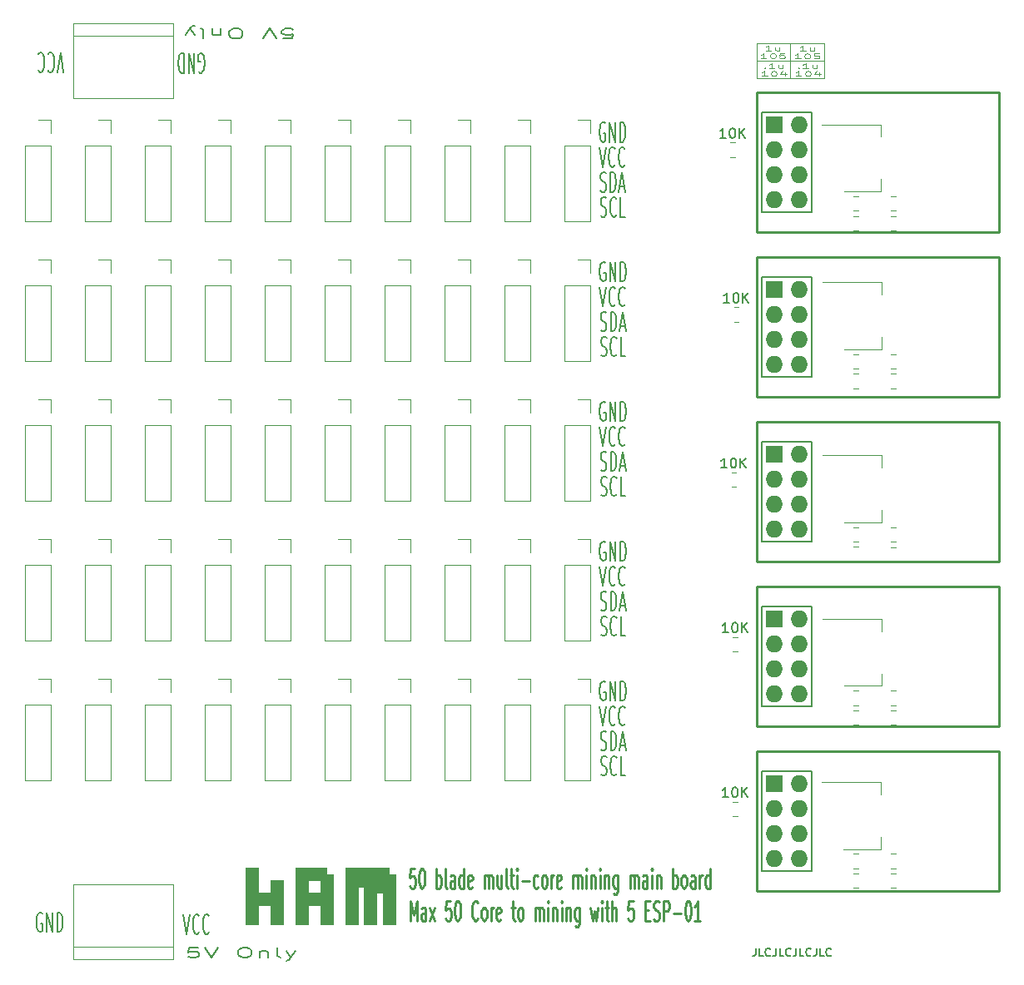
<source format=gbr>
%TF.GenerationSoftware,KiCad,Pcbnew,(6.0.4)*%
%TF.CreationDate,2022-04-03T13:08:36+08:00*%
%TF.ProjectId,Main_Board_Master,4d61696e-5f42-46f6-9172-645f4d617374,rev?*%
%TF.SameCoordinates,Original*%
%TF.FileFunction,Legend,Top*%
%TF.FilePolarity,Positive*%
%FSLAX46Y46*%
G04 Gerber Fmt 4.6, Leading zero omitted, Abs format (unit mm)*
G04 Created by KiCad (PCBNEW (6.0.4)) date 2022-04-03 13:08:36*
%MOMM*%
%LPD*%
G01*
G04 APERTURE LIST*
%ADD10C,0.120000*%
%ADD11C,0.150000*%
%ADD12C,0.125000*%
%ADD13C,0.250000*%
%ADD14C,0.100000*%
%ADD15C,0.152400*%
%ADD16C,0.254000*%
%ADD17R,1.727200X1.727200*%
%ADD18O,1.727200X1.727200*%
G04 APERTURE END LIST*
D10*
X247853200Y-26390600D02*
X247853200Y-22809200D01*
X247853200Y-22809200D02*
X254762000Y-22809200D01*
X251282200Y-22809200D02*
X251282200Y-26390600D01*
X254762000Y-26390600D02*
X247853200Y-26390600D01*
X247853200Y-24587200D02*
X254762000Y-24587200D01*
X254762000Y-22809200D02*
X254762000Y-26390600D01*
D11*
X232488895Y-87821800D02*
X232393657Y-87726561D01*
X232250800Y-87726561D01*
X232107942Y-87821800D01*
X232012704Y-88012276D01*
X231965085Y-88202752D01*
X231917466Y-88583704D01*
X231917466Y-88869419D01*
X231965085Y-89250371D01*
X232012704Y-89440847D01*
X232107942Y-89631323D01*
X232250800Y-89726561D01*
X232346038Y-89726561D01*
X232488895Y-89631323D01*
X232536514Y-89536085D01*
X232536514Y-88869419D01*
X232346038Y-88869419D01*
X232965085Y-89726561D02*
X232965085Y-87726561D01*
X233536514Y-89726561D01*
X233536514Y-87726561D01*
X234012704Y-89726561D02*
X234012704Y-87726561D01*
X234250800Y-87726561D01*
X234393657Y-87821800D01*
X234488895Y-88012276D01*
X234536514Y-88202752D01*
X234584133Y-88583704D01*
X234584133Y-88869419D01*
X234536514Y-89250371D01*
X234488895Y-89440847D01*
X234393657Y-89631323D01*
X234250800Y-89726561D01*
X234012704Y-89726561D01*
X232036514Y-94711323D02*
X232179371Y-94806561D01*
X232417466Y-94806561D01*
X232512704Y-94711323D01*
X232560323Y-94616085D01*
X232607942Y-94425609D01*
X232607942Y-94235133D01*
X232560323Y-94044657D01*
X232512704Y-93949419D01*
X232417466Y-93854180D01*
X232226990Y-93758942D01*
X232131752Y-93663704D01*
X232084133Y-93568466D01*
X232036514Y-93377990D01*
X232036514Y-93187514D01*
X232084133Y-92997038D01*
X232131752Y-92901800D01*
X232226990Y-92806561D01*
X232465085Y-92806561D01*
X232607942Y-92901800D01*
X233036514Y-94806561D02*
X233036514Y-92806561D01*
X233274609Y-92806561D01*
X233417466Y-92901800D01*
X233512704Y-93092276D01*
X233560323Y-93282752D01*
X233607942Y-93663704D01*
X233607942Y-93949419D01*
X233560323Y-94330371D01*
X233512704Y-94520847D01*
X233417466Y-94711323D01*
X233274609Y-94806561D01*
X233036514Y-94806561D01*
X233988895Y-94235133D02*
X234465085Y-94235133D01*
X233893657Y-94806561D02*
X234226990Y-92806561D01*
X234560323Y-94806561D01*
X232060323Y-97251323D02*
X232203180Y-97346561D01*
X232441276Y-97346561D01*
X232536514Y-97251323D01*
X232584133Y-97156085D01*
X232631752Y-96965609D01*
X232631752Y-96775133D01*
X232584133Y-96584657D01*
X232536514Y-96489419D01*
X232441276Y-96394180D01*
X232250800Y-96298942D01*
X232155561Y-96203704D01*
X232107942Y-96108466D01*
X232060323Y-95917990D01*
X232060323Y-95727514D01*
X232107942Y-95537038D01*
X232155561Y-95441800D01*
X232250800Y-95346561D01*
X232488895Y-95346561D01*
X232631752Y-95441800D01*
X233631752Y-97156085D02*
X233584133Y-97251323D01*
X233441276Y-97346561D01*
X233346038Y-97346561D01*
X233203180Y-97251323D01*
X233107942Y-97060847D01*
X233060323Y-96870371D01*
X233012704Y-96489419D01*
X233012704Y-96203704D01*
X233060323Y-95822752D01*
X233107942Y-95632276D01*
X233203180Y-95441800D01*
X233346038Y-95346561D01*
X233441276Y-95346561D01*
X233584133Y-95441800D01*
X233631752Y-95537038D01*
X234536514Y-97346561D02*
X234060323Y-97346561D01*
X234060323Y-95346561D01*
X231917466Y-90266561D02*
X232250800Y-92266561D01*
X232584133Y-90266561D01*
X233488895Y-92076085D02*
X233441276Y-92171323D01*
X233298419Y-92266561D01*
X233203180Y-92266561D01*
X233060323Y-92171323D01*
X232965085Y-91980847D01*
X232917466Y-91790371D01*
X232869847Y-91409419D01*
X232869847Y-91123704D01*
X232917466Y-90742752D01*
X232965085Y-90552276D01*
X233060323Y-90361800D01*
X233203180Y-90266561D01*
X233298419Y-90266561D01*
X233441276Y-90361800D01*
X233488895Y-90457038D01*
X234488895Y-92076085D02*
X234441276Y-92171323D01*
X234298419Y-92266561D01*
X234203180Y-92266561D01*
X234060323Y-92171323D01*
X233965085Y-91980847D01*
X233917466Y-91790371D01*
X233869847Y-91409419D01*
X233869847Y-91123704D01*
X233917466Y-90742752D01*
X233965085Y-90552276D01*
X234060323Y-90361800D01*
X234203180Y-90266561D01*
X234298419Y-90266561D01*
X234441276Y-90361800D01*
X234488895Y-90457038D01*
D12*
X252157028Y-25277671D02*
X252204647Y-25301480D01*
X252157028Y-25325290D01*
X252109409Y-25301480D01*
X252157028Y-25277671D01*
X252157028Y-25325290D01*
X253157028Y-25325290D02*
X252585600Y-25325290D01*
X252871314Y-25325290D02*
X252871314Y-24825290D01*
X252776076Y-24896719D01*
X252680838Y-24944338D01*
X252585600Y-24968147D01*
X254014171Y-24991957D02*
X254014171Y-25325290D01*
X253585600Y-24991957D02*
X253585600Y-25253861D01*
X253633219Y-25301480D01*
X253728457Y-25325290D01*
X253871314Y-25325290D01*
X253966552Y-25301480D01*
X254014171Y-25277671D01*
X252418933Y-26130290D02*
X251847504Y-26130290D01*
X252133219Y-26130290D02*
X252133219Y-25630290D01*
X252037980Y-25701719D01*
X251942742Y-25749338D01*
X251847504Y-25773147D01*
X253037980Y-25630290D02*
X253133219Y-25630290D01*
X253228457Y-25654100D01*
X253276076Y-25677909D01*
X253323695Y-25725528D01*
X253371314Y-25820766D01*
X253371314Y-25939814D01*
X253323695Y-26035052D01*
X253276076Y-26082671D01*
X253228457Y-26106480D01*
X253133219Y-26130290D01*
X253037980Y-26130290D01*
X252942742Y-26106480D01*
X252895123Y-26082671D01*
X252847504Y-26035052D01*
X252799885Y-25939814D01*
X252799885Y-25820766D01*
X252847504Y-25725528D01*
X252895123Y-25677909D01*
X252942742Y-25654100D01*
X253037980Y-25630290D01*
X254228457Y-25796957D02*
X254228457Y-26130290D01*
X253990361Y-25606480D02*
X253752266Y-25963623D01*
X254371314Y-25963623D01*
D11*
X232460895Y-30927800D02*
X232365657Y-30832561D01*
X232222800Y-30832561D01*
X232079942Y-30927800D01*
X231984704Y-31118276D01*
X231937085Y-31308752D01*
X231889466Y-31689704D01*
X231889466Y-31975419D01*
X231937085Y-32356371D01*
X231984704Y-32546847D01*
X232079942Y-32737323D01*
X232222800Y-32832561D01*
X232318038Y-32832561D01*
X232460895Y-32737323D01*
X232508514Y-32642085D01*
X232508514Y-31975419D01*
X232318038Y-31975419D01*
X232937085Y-32832561D02*
X232937085Y-30832561D01*
X233508514Y-32832561D01*
X233508514Y-30832561D01*
X233984704Y-32832561D02*
X233984704Y-30832561D01*
X234222800Y-30832561D01*
X234365657Y-30927800D01*
X234460895Y-31118276D01*
X234508514Y-31308752D01*
X234556133Y-31689704D01*
X234556133Y-31975419D01*
X234508514Y-32356371D01*
X234460895Y-32546847D01*
X234365657Y-32737323D01*
X234222800Y-32832561D01*
X233984704Y-32832561D01*
X175209295Y-111344200D02*
X175114057Y-111248961D01*
X174971200Y-111248961D01*
X174828342Y-111344200D01*
X174733104Y-111534676D01*
X174685485Y-111725152D01*
X174637866Y-112106104D01*
X174637866Y-112391819D01*
X174685485Y-112772771D01*
X174733104Y-112963247D01*
X174828342Y-113153723D01*
X174971200Y-113248961D01*
X175066438Y-113248961D01*
X175209295Y-113153723D01*
X175256914Y-113058485D01*
X175256914Y-112391819D01*
X175066438Y-112391819D01*
X175685485Y-113248961D02*
X175685485Y-111248961D01*
X176256914Y-113248961D01*
X176256914Y-111248961D01*
X176733104Y-113248961D02*
X176733104Y-111248961D01*
X176971200Y-111248961D01*
X177114057Y-111344200D01*
X177209295Y-111534676D01*
X177256914Y-111725152D01*
X177304533Y-112106104D01*
X177304533Y-112391819D01*
X177256914Y-112772771D01*
X177209295Y-112963247D01*
X177114057Y-113153723D01*
X176971200Y-113248961D01*
X176733104Y-113248961D01*
X232488895Y-45149800D02*
X232393657Y-45054561D01*
X232250800Y-45054561D01*
X232107942Y-45149800D01*
X232012704Y-45340276D01*
X231965085Y-45530752D01*
X231917466Y-45911704D01*
X231917466Y-46197419D01*
X231965085Y-46578371D01*
X232012704Y-46768847D01*
X232107942Y-46959323D01*
X232250800Y-47054561D01*
X232346038Y-47054561D01*
X232488895Y-46959323D01*
X232536514Y-46864085D01*
X232536514Y-46197419D01*
X232346038Y-46197419D01*
X232965085Y-47054561D02*
X232965085Y-45054561D01*
X233536514Y-47054561D01*
X233536514Y-45054561D01*
X234012704Y-47054561D02*
X234012704Y-45054561D01*
X234250800Y-45054561D01*
X234393657Y-45149800D01*
X234488895Y-45340276D01*
X234536514Y-45530752D01*
X234584133Y-45911704D01*
X234584133Y-46197419D01*
X234536514Y-46578371D01*
X234488895Y-46768847D01*
X234393657Y-46959323D01*
X234250800Y-47054561D01*
X234012704Y-47054561D01*
X231917466Y-61818561D02*
X232250800Y-63818561D01*
X232584133Y-61818561D01*
X233488895Y-63628085D02*
X233441276Y-63723323D01*
X233298419Y-63818561D01*
X233203180Y-63818561D01*
X233060323Y-63723323D01*
X232965085Y-63532847D01*
X232917466Y-63342371D01*
X232869847Y-62961419D01*
X232869847Y-62675704D01*
X232917466Y-62294752D01*
X232965085Y-62104276D01*
X233060323Y-61913800D01*
X233203180Y-61818561D01*
X233298419Y-61818561D01*
X233441276Y-61913800D01*
X233488895Y-62009038D01*
X234488895Y-63628085D02*
X234441276Y-63723323D01*
X234298419Y-63818561D01*
X234203180Y-63818561D01*
X234060323Y-63723323D01*
X233965085Y-63532847D01*
X233917466Y-63342371D01*
X233869847Y-62961419D01*
X233869847Y-62675704D01*
X233917466Y-62294752D01*
X233965085Y-62104276D01*
X234060323Y-61913800D01*
X234203180Y-61818561D01*
X234298419Y-61818561D01*
X234441276Y-61913800D01*
X234488895Y-62009038D01*
X232008514Y-37817323D02*
X232151371Y-37912561D01*
X232389466Y-37912561D01*
X232484704Y-37817323D01*
X232532323Y-37722085D01*
X232579942Y-37531609D01*
X232579942Y-37341133D01*
X232532323Y-37150657D01*
X232484704Y-37055419D01*
X232389466Y-36960180D01*
X232198990Y-36864942D01*
X232103752Y-36769704D01*
X232056133Y-36674466D01*
X232008514Y-36483990D01*
X232008514Y-36293514D01*
X232056133Y-36103038D01*
X232103752Y-36007800D01*
X232198990Y-35912561D01*
X232437085Y-35912561D01*
X232579942Y-36007800D01*
X233008514Y-37912561D02*
X233008514Y-35912561D01*
X233246609Y-35912561D01*
X233389466Y-36007800D01*
X233484704Y-36198276D01*
X233532323Y-36388752D01*
X233579942Y-36769704D01*
X233579942Y-37055419D01*
X233532323Y-37436371D01*
X233484704Y-37626847D01*
X233389466Y-37817323D01*
X233246609Y-37912561D01*
X233008514Y-37912561D01*
X233960895Y-37341133D02*
X234437085Y-37341133D01*
X233865657Y-37912561D02*
X234198990Y-35912561D01*
X234532323Y-37912561D01*
X191160304Y-25710100D02*
X191255542Y-25805338D01*
X191398400Y-25805338D01*
X191541257Y-25710100D01*
X191636495Y-25519623D01*
X191684114Y-25329147D01*
X191731733Y-24948195D01*
X191731733Y-24662480D01*
X191684114Y-24281528D01*
X191636495Y-24091052D01*
X191541257Y-23900576D01*
X191398400Y-23805338D01*
X191303161Y-23805338D01*
X191160304Y-23900576D01*
X191112685Y-23995814D01*
X191112685Y-24662480D01*
X191303161Y-24662480D01*
X190684114Y-23805338D02*
X190684114Y-25805338D01*
X190112685Y-23805338D01*
X190112685Y-25805338D01*
X189636495Y-23805338D02*
X189636495Y-25805338D01*
X189398400Y-25805338D01*
X189255542Y-25710100D01*
X189160304Y-25519623D01*
X189112685Y-25329147D01*
X189065066Y-24948195D01*
X189065066Y-24662480D01*
X189112685Y-24281528D01*
X189160304Y-24091052D01*
X189255542Y-23900576D01*
X189398400Y-23805338D01*
X189636495Y-23805338D01*
X247790161Y-114903304D02*
X247790161Y-115474733D01*
X247752066Y-115589019D01*
X247675876Y-115665209D01*
X247561590Y-115703304D01*
X247485400Y-115703304D01*
X248552066Y-115703304D02*
X248171114Y-115703304D01*
X248171114Y-114903304D01*
X249275876Y-115627114D02*
X249237780Y-115665209D01*
X249123495Y-115703304D01*
X249047304Y-115703304D01*
X248933019Y-115665209D01*
X248856828Y-115589019D01*
X248818733Y-115512828D01*
X248780638Y-115360447D01*
X248780638Y-115246161D01*
X248818733Y-115093780D01*
X248856828Y-115017590D01*
X248933019Y-114941400D01*
X249047304Y-114903304D01*
X249123495Y-114903304D01*
X249237780Y-114941400D01*
X249275876Y-114979495D01*
X249847304Y-114903304D02*
X249847304Y-115474733D01*
X249809209Y-115589019D01*
X249733019Y-115665209D01*
X249618733Y-115703304D01*
X249542542Y-115703304D01*
X250609209Y-115703304D02*
X250228257Y-115703304D01*
X250228257Y-114903304D01*
X251333019Y-115627114D02*
X251294923Y-115665209D01*
X251180638Y-115703304D01*
X251104447Y-115703304D01*
X250990161Y-115665209D01*
X250913971Y-115589019D01*
X250875876Y-115512828D01*
X250837780Y-115360447D01*
X250837780Y-115246161D01*
X250875876Y-115093780D01*
X250913971Y-115017590D01*
X250990161Y-114941400D01*
X251104447Y-114903304D01*
X251180638Y-114903304D01*
X251294923Y-114941400D01*
X251333019Y-114979495D01*
X251904447Y-114903304D02*
X251904447Y-115474733D01*
X251866352Y-115589019D01*
X251790161Y-115665209D01*
X251675876Y-115703304D01*
X251599685Y-115703304D01*
X252666352Y-115703304D02*
X252285400Y-115703304D01*
X252285400Y-114903304D01*
X253390161Y-115627114D02*
X253352066Y-115665209D01*
X253237780Y-115703304D01*
X253161590Y-115703304D01*
X253047304Y-115665209D01*
X252971114Y-115589019D01*
X252933019Y-115512828D01*
X252894923Y-115360447D01*
X252894923Y-115246161D01*
X252933019Y-115093780D01*
X252971114Y-115017590D01*
X253047304Y-114941400D01*
X253161590Y-114903304D01*
X253237780Y-114903304D01*
X253352066Y-114941400D01*
X253390161Y-114979495D01*
X253961590Y-114903304D02*
X253961590Y-115474733D01*
X253923495Y-115589019D01*
X253847304Y-115665209D01*
X253733019Y-115703304D01*
X253656828Y-115703304D01*
X254723495Y-115703304D02*
X254342542Y-115703304D01*
X254342542Y-114903304D01*
X255447304Y-115627114D02*
X255409209Y-115665209D01*
X255294923Y-115703304D01*
X255218733Y-115703304D01*
X255104447Y-115665209D01*
X255028257Y-115589019D01*
X254990161Y-115512828D01*
X254952066Y-115360447D01*
X254952066Y-115246161D01*
X254990161Y-115093780D01*
X255028257Y-115017590D01*
X255104447Y-114941400D01*
X255218733Y-114903304D01*
X255294923Y-114903304D01*
X255409209Y-114941400D01*
X255447304Y-114979495D01*
D12*
X248702628Y-25277671D02*
X248750247Y-25301480D01*
X248702628Y-25325290D01*
X248655009Y-25301480D01*
X248702628Y-25277671D01*
X248702628Y-25325290D01*
X249702628Y-25325290D02*
X249131200Y-25325290D01*
X249416914Y-25325290D02*
X249416914Y-24825290D01*
X249321676Y-24896719D01*
X249226438Y-24944338D01*
X249131200Y-24968147D01*
X250559771Y-24991957D02*
X250559771Y-25325290D01*
X250131200Y-24991957D02*
X250131200Y-25253861D01*
X250178819Y-25301480D01*
X250274057Y-25325290D01*
X250416914Y-25325290D01*
X250512152Y-25301480D01*
X250559771Y-25277671D01*
X248964533Y-26130290D02*
X248393104Y-26130290D01*
X248678819Y-26130290D02*
X248678819Y-25630290D01*
X248583580Y-25701719D01*
X248488342Y-25749338D01*
X248393104Y-25773147D01*
X249583580Y-25630290D02*
X249678819Y-25630290D01*
X249774057Y-25654100D01*
X249821676Y-25677909D01*
X249869295Y-25725528D01*
X249916914Y-25820766D01*
X249916914Y-25939814D01*
X249869295Y-26035052D01*
X249821676Y-26082671D01*
X249774057Y-26106480D01*
X249678819Y-26130290D01*
X249583580Y-26130290D01*
X249488342Y-26106480D01*
X249440723Y-26082671D01*
X249393104Y-26035052D01*
X249345485Y-25939814D01*
X249345485Y-25820766D01*
X249393104Y-25725528D01*
X249440723Y-25677909D01*
X249488342Y-25654100D01*
X249583580Y-25630290D01*
X250774057Y-25796957D02*
X250774057Y-26130290D01*
X250535961Y-25606480D02*
X250297866Y-25963623D01*
X250916914Y-25963623D01*
D11*
X232036514Y-80487323D02*
X232179371Y-80582561D01*
X232417466Y-80582561D01*
X232512704Y-80487323D01*
X232560323Y-80392085D01*
X232607942Y-80201609D01*
X232607942Y-80011133D01*
X232560323Y-79820657D01*
X232512704Y-79725419D01*
X232417466Y-79630180D01*
X232226990Y-79534942D01*
X232131752Y-79439704D01*
X232084133Y-79344466D01*
X232036514Y-79153990D01*
X232036514Y-78963514D01*
X232084133Y-78773038D01*
X232131752Y-78677800D01*
X232226990Y-78582561D01*
X232465085Y-78582561D01*
X232607942Y-78677800D01*
X233036514Y-80582561D02*
X233036514Y-78582561D01*
X233274609Y-78582561D01*
X233417466Y-78677800D01*
X233512704Y-78868276D01*
X233560323Y-79058752D01*
X233607942Y-79439704D01*
X233607942Y-79725419D01*
X233560323Y-80106371D01*
X233512704Y-80296847D01*
X233417466Y-80487323D01*
X233274609Y-80582561D01*
X233036514Y-80582561D01*
X233988895Y-80011133D02*
X234465085Y-80011133D01*
X233893657Y-80582561D02*
X234226990Y-78582561D01*
X234560323Y-80582561D01*
X232036514Y-66263323D02*
X232179371Y-66358561D01*
X232417466Y-66358561D01*
X232512704Y-66263323D01*
X232560323Y-66168085D01*
X232607942Y-65977609D01*
X232607942Y-65787133D01*
X232560323Y-65596657D01*
X232512704Y-65501419D01*
X232417466Y-65406180D01*
X232226990Y-65310942D01*
X232131752Y-65215704D01*
X232084133Y-65120466D01*
X232036514Y-64929990D01*
X232036514Y-64739514D01*
X232084133Y-64549038D01*
X232131752Y-64453800D01*
X232226990Y-64358561D01*
X232465085Y-64358561D01*
X232607942Y-64453800D01*
X233036514Y-66358561D02*
X233036514Y-64358561D01*
X233274609Y-64358561D01*
X233417466Y-64453800D01*
X233512704Y-64644276D01*
X233560323Y-64834752D01*
X233607942Y-65215704D01*
X233607942Y-65501419D01*
X233560323Y-65882371D01*
X233512704Y-66072847D01*
X233417466Y-66263323D01*
X233274609Y-66358561D01*
X233036514Y-66358561D01*
X233988895Y-65787133D02*
X234465085Y-65787133D01*
X233893657Y-66358561D02*
X234226990Y-64358561D01*
X234560323Y-66358561D01*
X232060323Y-54579323D02*
X232203180Y-54674561D01*
X232441276Y-54674561D01*
X232536514Y-54579323D01*
X232584133Y-54484085D01*
X232631752Y-54293609D01*
X232631752Y-54103133D01*
X232584133Y-53912657D01*
X232536514Y-53817419D01*
X232441276Y-53722180D01*
X232250800Y-53626942D01*
X232155561Y-53531704D01*
X232107942Y-53436466D01*
X232060323Y-53245990D01*
X232060323Y-53055514D01*
X232107942Y-52865038D01*
X232155561Y-52769800D01*
X232250800Y-52674561D01*
X232488895Y-52674561D01*
X232631752Y-52769800D01*
X233631752Y-54484085D02*
X233584133Y-54579323D01*
X233441276Y-54674561D01*
X233346038Y-54674561D01*
X233203180Y-54579323D01*
X233107942Y-54388847D01*
X233060323Y-54198371D01*
X233012704Y-53817419D01*
X233012704Y-53531704D01*
X233060323Y-53150752D01*
X233107942Y-52960276D01*
X233203180Y-52769800D01*
X233346038Y-52674561D01*
X233441276Y-52674561D01*
X233584133Y-52769800D01*
X233631752Y-52865038D01*
X234536514Y-54674561D02*
X234060323Y-54674561D01*
X234060323Y-52674561D01*
D13*
X213126895Y-106778561D02*
X212650704Y-106778561D01*
X212603085Y-107730942D01*
X212650704Y-107635704D01*
X212745942Y-107540466D01*
X212984038Y-107540466D01*
X213079276Y-107635704D01*
X213126895Y-107730942D01*
X213174514Y-107921419D01*
X213174514Y-108397609D01*
X213126895Y-108588085D01*
X213079276Y-108683323D01*
X212984038Y-108778561D01*
X212745942Y-108778561D01*
X212650704Y-108683323D01*
X212603085Y-108588085D01*
X213793561Y-106778561D02*
X213888800Y-106778561D01*
X213984038Y-106873800D01*
X214031657Y-106969038D01*
X214079276Y-107159514D01*
X214126895Y-107540466D01*
X214126895Y-108016657D01*
X214079276Y-108397609D01*
X214031657Y-108588085D01*
X213984038Y-108683323D01*
X213888800Y-108778561D01*
X213793561Y-108778561D01*
X213698323Y-108683323D01*
X213650704Y-108588085D01*
X213603085Y-108397609D01*
X213555466Y-108016657D01*
X213555466Y-107540466D01*
X213603085Y-107159514D01*
X213650704Y-106969038D01*
X213698323Y-106873800D01*
X213793561Y-106778561D01*
X215317371Y-108778561D02*
X215317371Y-106778561D01*
X215317371Y-107540466D02*
X215412609Y-107445228D01*
X215603085Y-107445228D01*
X215698323Y-107540466D01*
X215745942Y-107635704D01*
X215793561Y-107826180D01*
X215793561Y-108397609D01*
X215745942Y-108588085D01*
X215698323Y-108683323D01*
X215603085Y-108778561D01*
X215412609Y-108778561D01*
X215317371Y-108683323D01*
X216364990Y-108778561D02*
X216269752Y-108683323D01*
X216222133Y-108492847D01*
X216222133Y-106778561D01*
X217174514Y-108778561D02*
X217174514Y-107730942D01*
X217126895Y-107540466D01*
X217031657Y-107445228D01*
X216841180Y-107445228D01*
X216745942Y-107540466D01*
X217174514Y-108683323D02*
X217079276Y-108778561D01*
X216841180Y-108778561D01*
X216745942Y-108683323D01*
X216698323Y-108492847D01*
X216698323Y-108302371D01*
X216745942Y-108111895D01*
X216841180Y-108016657D01*
X217079276Y-108016657D01*
X217174514Y-107921419D01*
X218079276Y-108778561D02*
X218079276Y-106778561D01*
X218079276Y-108683323D02*
X217984038Y-108778561D01*
X217793561Y-108778561D01*
X217698323Y-108683323D01*
X217650704Y-108588085D01*
X217603085Y-108397609D01*
X217603085Y-107826180D01*
X217650704Y-107635704D01*
X217698323Y-107540466D01*
X217793561Y-107445228D01*
X217984038Y-107445228D01*
X218079276Y-107540466D01*
X218936419Y-108683323D02*
X218841180Y-108778561D01*
X218650704Y-108778561D01*
X218555466Y-108683323D01*
X218507847Y-108492847D01*
X218507847Y-107730942D01*
X218555466Y-107540466D01*
X218650704Y-107445228D01*
X218841180Y-107445228D01*
X218936419Y-107540466D01*
X218984038Y-107730942D01*
X218984038Y-107921419D01*
X218507847Y-108111895D01*
X220174514Y-108778561D02*
X220174514Y-107445228D01*
X220174514Y-107635704D02*
X220222133Y-107540466D01*
X220317371Y-107445228D01*
X220460228Y-107445228D01*
X220555466Y-107540466D01*
X220603085Y-107730942D01*
X220603085Y-108778561D01*
X220603085Y-107730942D02*
X220650704Y-107540466D01*
X220745942Y-107445228D01*
X220888800Y-107445228D01*
X220984038Y-107540466D01*
X221031657Y-107730942D01*
X221031657Y-108778561D01*
X221936419Y-107445228D02*
X221936419Y-108778561D01*
X221507847Y-107445228D02*
X221507847Y-108492847D01*
X221555466Y-108683323D01*
X221650704Y-108778561D01*
X221793561Y-108778561D01*
X221888800Y-108683323D01*
X221936419Y-108588085D01*
X222555466Y-108778561D02*
X222460228Y-108683323D01*
X222412609Y-108492847D01*
X222412609Y-106778561D01*
X222793561Y-107445228D02*
X223174514Y-107445228D01*
X222936419Y-106778561D02*
X222936419Y-108492847D01*
X222984038Y-108683323D01*
X223079276Y-108778561D01*
X223174514Y-108778561D01*
X223507847Y-108778561D02*
X223507847Y-107445228D01*
X223507847Y-106778561D02*
X223460228Y-106873800D01*
X223507847Y-106969038D01*
X223555466Y-106873800D01*
X223507847Y-106778561D01*
X223507847Y-106969038D01*
X223984038Y-108016657D02*
X224745942Y-108016657D01*
X225650704Y-108683323D02*
X225555466Y-108778561D01*
X225364990Y-108778561D01*
X225269752Y-108683323D01*
X225222133Y-108588085D01*
X225174514Y-108397609D01*
X225174514Y-107826180D01*
X225222133Y-107635704D01*
X225269752Y-107540466D01*
X225364990Y-107445228D01*
X225555466Y-107445228D01*
X225650704Y-107540466D01*
X226222133Y-108778561D02*
X226126895Y-108683323D01*
X226079276Y-108588085D01*
X226031657Y-108397609D01*
X226031657Y-107826180D01*
X226079276Y-107635704D01*
X226126895Y-107540466D01*
X226222133Y-107445228D01*
X226364990Y-107445228D01*
X226460228Y-107540466D01*
X226507847Y-107635704D01*
X226555466Y-107826180D01*
X226555466Y-108397609D01*
X226507847Y-108588085D01*
X226460228Y-108683323D01*
X226364990Y-108778561D01*
X226222133Y-108778561D01*
X226984038Y-108778561D02*
X226984038Y-107445228D01*
X226984038Y-107826180D02*
X227031657Y-107635704D01*
X227079276Y-107540466D01*
X227174514Y-107445228D01*
X227269752Y-107445228D01*
X227984038Y-108683323D02*
X227888800Y-108778561D01*
X227698323Y-108778561D01*
X227603085Y-108683323D01*
X227555466Y-108492847D01*
X227555466Y-107730942D01*
X227603085Y-107540466D01*
X227698323Y-107445228D01*
X227888800Y-107445228D01*
X227984038Y-107540466D01*
X228031657Y-107730942D01*
X228031657Y-107921419D01*
X227555466Y-108111895D01*
X229222133Y-108778561D02*
X229222133Y-107445228D01*
X229222133Y-107635704D02*
X229269752Y-107540466D01*
X229364990Y-107445228D01*
X229507847Y-107445228D01*
X229603085Y-107540466D01*
X229650704Y-107730942D01*
X229650704Y-108778561D01*
X229650704Y-107730942D02*
X229698323Y-107540466D01*
X229793561Y-107445228D01*
X229936419Y-107445228D01*
X230031657Y-107540466D01*
X230079276Y-107730942D01*
X230079276Y-108778561D01*
X230555466Y-108778561D02*
X230555466Y-107445228D01*
X230555466Y-106778561D02*
X230507847Y-106873800D01*
X230555466Y-106969038D01*
X230603085Y-106873800D01*
X230555466Y-106778561D01*
X230555466Y-106969038D01*
X231031657Y-107445228D02*
X231031657Y-108778561D01*
X231031657Y-107635704D02*
X231079276Y-107540466D01*
X231174514Y-107445228D01*
X231317371Y-107445228D01*
X231412609Y-107540466D01*
X231460228Y-107730942D01*
X231460228Y-108778561D01*
X231936419Y-108778561D02*
X231936419Y-107445228D01*
X231936419Y-106778561D02*
X231888800Y-106873800D01*
X231936419Y-106969038D01*
X231984038Y-106873800D01*
X231936419Y-106778561D01*
X231936419Y-106969038D01*
X232412609Y-107445228D02*
X232412609Y-108778561D01*
X232412609Y-107635704D02*
X232460228Y-107540466D01*
X232555466Y-107445228D01*
X232698323Y-107445228D01*
X232793561Y-107540466D01*
X232841180Y-107730942D01*
X232841180Y-108778561D01*
X233745942Y-107445228D02*
X233745942Y-109064276D01*
X233698323Y-109254752D01*
X233650704Y-109349990D01*
X233555466Y-109445228D01*
X233412609Y-109445228D01*
X233317371Y-109349990D01*
X233745942Y-108683323D02*
X233650704Y-108778561D01*
X233460228Y-108778561D01*
X233364990Y-108683323D01*
X233317371Y-108588085D01*
X233269752Y-108397609D01*
X233269752Y-107826180D01*
X233317371Y-107635704D01*
X233364990Y-107540466D01*
X233460228Y-107445228D01*
X233650704Y-107445228D01*
X233745942Y-107540466D01*
X234984038Y-108778561D02*
X234984038Y-107445228D01*
X234984038Y-107635704D02*
X235031657Y-107540466D01*
X235126895Y-107445228D01*
X235269752Y-107445228D01*
X235364990Y-107540466D01*
X235412609Y-107730942D01*
X235412609Y-108778561D01*
X235412609Y-107730942D02*
X235460228Y-107540466D01*
X235555466Y-107445228D01*
X235698323Y-107445228D01*
X235793561Y-107540466D01*
X235841180Y-107730942D01*
X235841180Y-108778561D01*
X236745942Y-108778561D02*
X236745942Y-107730942D01*
X236698323Y-107540466D01*
X236603085Y-107445228D01*
X236412609Y-107445228D01*
X236317371Y-107540466D01*
X236745942Y-108683323D02*
X236650704Y-108778561D01*
X236412609Y-108778561D01*
X236317371Y-108683323D01*
X236269752Y-108492847D01*
X236269752Y-108302371D01*
X236317371Y-108111895D01*
X236412609Y-108016657D01*
X236650704Y-108016657D01*
X236745942Y-107921419D01*
X237222133Y-108778561D02*
X237222133Y-107445228D01*
X237222133Y-106778561D02*
X237174514Y-106873800D01*
X237222133Y-106969038D01*
X237269752Y-106873800D01*
X237222133Y-106778561D01*
X237222133Y-106969038D01*
X237698323Y-107445228D02*
X237698323Y-108778561D01*
X237698323Y-107635704D02*
X237745942Y-107540466D01*
X237841180Y-107445228D01*
X237984038Y-107445228D01*
X238079276Y-107540466D01*
X238126895Y-107730942D01*
X238126895Y-108778561D01*
X239364990Y-108778561D02*
X239364990Y-106778561D01*
X239364990Y-107540466D02*
X239460228Y-107445228D01*
X239650704Y-107445228D01*
X239745942Y-107540466D01*
X239793561Y-107635704D01*
X239841180Y-107826180D01*
X239841180Y-108397609D01*
X239793561Y-108588085D01*
X239745942Y-108683323D01*
X239650704Y-108778561D01*
X239460228Y-108778561D01*
X239364990Y-108683323D01*
X240412609Y-108778561D02*
X240317371Y-108683323D01*
X240269752Y-108588085D01*
X240222133Y-108397609D01*
X240222133Y-107826180D01*
X240269752Y-107635704D01*
X240317371Y-107540466D01*
X240412609Y-107445228D01*
X240555466Y-107445228D01*
X240650704Y-107540466D01*
X240698323Y-107635704D01*
X240745942Y-107826180D01*
X240745942Y-108397609D01*
X240698323Y-108588085D01*
X240650704Y-108683323D01*
X240555466Y-108778561D01*
X240412609Y-108778561D01*
X241603085Y-108778561D02*
X241603085Y-107730942D01*
X241555466Y-107540466D01*
X241460228Y-107445228D01*
X241269752Y-107445228D01*
X241174514Y-107540466D01*
X241603085Y-108683323D02*
X241507847Y-108778561D01*
X241269752Y-108778561D01*
X241174514Y-108683323D01*
X241126895Y-108492847D01*
X241126895Y-108302371D01*
X241174514Y-108111895D01*
X241269752Y-108016657D01*
X241507847Y-108016657D01*
X241603085Y-107921419D01*
X242079276Y-108778561D02*
X242079276Y-107445228D01*
X242079276Y-107826180D02*
X242126895Y-107635704D01*
X242174514Y-107540466D01*
X242269752Y-107445228D01*
X242364990Y-107445228D01*
X243126895Y-108778561D02*
X243126895Y-106778561D01*
X243126895Y-108683323D02*
X243031657Y-108778561D01*
X242841180Y-108778561D01*
X242745942Y-108683323D01*
X242698323Y-108588085D01*
X242650704Y-108397609D01*
X242650704Y-107826180D01*
X242698323Y-107635704D01*
X242745942Y-107540466D01*
X242841180Y-107445228D01*
X243031657Y-107445228D01*
X243126895Y-107540466D01*
D11*
X232488895Y-59373800D02*
X232393657Y-59278561D01*
X232250800Y-59278561D01*
X232107942Y-59373800D01*
X232012704Y-59564276D01*
X231965085Y-59754752D01*
X231917466Y-60135704D01*
X231917466Y-60421419D01*
X231965085Y-60802371D01*
X232012704Y-60992847D01*
X232107942Y-61183323D01*
X232250800Y-61278561D01*
X232346038Y-61278561D01*
X232488895Y-61183323D01*
X232536514Y-61088085D01*
X232536514Y-60421419D01*
X232346038Y-60421419D01*
X232965085Y-61278561D02*
X232965085Y-59278561D01*
X233536514Y-61278561D01*
X233536514Y-59278561D01*
X234012704Y-61278561D02*
X234012704Y-59278561D01*
X234250800Y-59278561D01*
X234393657Y-59373800D01*
X234488895Y-59564276D01*
X234536514Y-59754752D01*
X234584133Y-60135704D01*
X234584133Y-60421419D01*
X234536514Y-60802371D01*
X234488895Y-60992847D01*
X234393657Y-61183323D01*
X234250800Y-61278561D01*
X234012704Y-61278561D01*
X189598466Y-111452161D02*
X189931800Y-113452161D01*
X190265133Y-111452161D01*
X191169895Y-113261685D02*
X191122276Y-113356923D01*
X190979419Y-113452161D01*
X190884180Y-113452161D01*
X190741323Y-113356923D01*
X190646085Y-113166447D01*
X190598466Y-112975971D01*
X190550847Y-112595019D01*
X190550847Y-112309304D01*
X190598466Y-111928352D01*
X190646085Y-111737876D01*
X190741323Y-111547400D01*
X190884180Y-111452161D01*
X190979419Y-111452161D01*
X191122276Y-111547400D01*
X191169895Y-111642638D01*
X192169895Y-113261685D02*
X192122276Y-113356923D01*
X191979419Y-113452161D01*
X191884180Y-113452161D01*
X191741323Y-113356923D01*
X191646085Y-113166447D01*
X191598466Y-112975971D01*
X191550847Y-112595019D01*
X191550847Y-112309304D01*
X191598466Y-111928352D01*
X191646085Y-111737876D01*
X191741323Y-111547400D01*
X191884180Y-111452161D01*
X191979419Y-111452161D01*
X192122276Y-111547400D01*
X192169895Y-111642638D01*
X231917466Y-47594561D02*
X232250800Y-49594561D01*
X232584133Y-47594561D01*
X233488895Y-49404085D02*
X233441276Y-49499323D01*
X233298419Y-49594561D01*
X233203180Y-49594561D01*
X233060323Y-49499323D01*
X232965085Y-49308847D01*
X232917466Y-49118371D01*
X232869847Y-48737419D01*
X232869847Y-48451704D01*
X232917466Y-48070752D01*
X232965085Y-47880276D01*
X233060323Y-47689800D01*
X233203180Y-47594561D01*
X233298419Y-47594561D01*
X233441276Y-47689800D01*
X233488895Y-47785038D01*
X234488895Y-49404085D02*
X234441276Y-49499323D01*
X234298419Y-49594561D01*
X234203180Y-49594561D01*
X234060323Y-49499323D01*
X233965085Y-49308847D01*
X233917466Y-49118371D01*
X233869847Y-48737419D01*
X233869847Y-48451704D01*
X233917466Y-48070752D01*
X233965085Y-47880276D01*
X234060323Y-47689800D01*
X234203180Y-47594561D01*
X234298419Y-47594561D01*
X234441276Y-47689800D01*
X234488895Y-47785038D01*
X232488895Y-73597800D02*
X232393657Y-73502561D01*
X232250800Y-73502561D01*
X232107942Y-73597800D01*
X232012704Y-73788276D01*
X231965085Y-73978752D01*
X231917466Y-74359704D01*
X231917466Y-74645419D01*
X231965085Y-75026371D01*
X232012704Y-75216847D01*
X232107942Y-75407323D01*
X232250800Y-75502561D01*
X232346038Y-75502561D01*
X232488895Y-75407323D01*
X232536514Y-75312085D01*
X232536514Y-74645419D01*
X232346038Y-74645419D01*
X232965085Y-75502561D02*
X232965085Y-73502561D01*
X233536514Y-75502561D01*
X233536514Y-73502561D01*
X234012704Y-75502561D02*
X234012704Y-73502561D01*
X234250800Y-73502561D01*
X234393657Y-73597800D01*
X234488895Y-73788276D01*
X234536514Y-73978752D01*
X234584133Y-74359704D01*
X234584133Y-74645419D01*
X234536514Y-75026371D01*
X234488895Y-75216847D01*
X234393657Y-75407323D01*
X234250800Y-75502561D01*
X234012704Y-75502561D01*
X231889466Y-33372561D02*
X232222800Y-35372561D01*
X232556133Y-33372561D01*
X233460895Y-35182085D02*
X233413276Y-35277323D01*
X233270419Y-35372561D01*
X233175180Y-35372561D01*
X233032323Y-35277323D01*
X232937085Y-35086847D01*
X232889466Y-34896371D01*
X232841847Y-34515419D01*
X232841847Y-34229704D01*
X232889466Y-33848752D01*
X232937085Y-33658276D01*
X233032323Y-33467800D01*
X233175180Y-33372561D01*
X233270419Y-33372561D01*
X233413276Y-33467800D01*
X233460895Y-33563038D01*
X234460895Y-35182085D02*
X234413276Y-35277323D01*
X234270419Y-35372561D01*
X234175180Y-35372561D01*
X234032323Y-35277323D01*
X233937085Y-35086847D01*
X233889466Y-34896371D01*
X233841847Y-34515419D01*
X233841847Y-34229704D01*
X233889466Y-33848752D01*
X233937085Y-33658276D01*
X234032323Y-33467800D01*
X234175180Y-33372561D01*
X234270419Y-33372561D01*
X234413276Y-33467800D01*
X234460895Y-33563038D01*
D13*
X212666514Y-112080561D02*
X212666514Y-110080561D01*
X212999847Y-111509133D01*
X213333180Y-110080561D01*
X213333180Y-112080561D01*
X214237942Y-112080561D02*
X214237942Y-111032942D01*
X214190323Y-110842466D01*
X214095085Y-110747228D01*
X213904609Y-110747228D01*
X213809371Y-110842466D01*
X214237942Y-111985323D02*
X214142704Y-112080561D01*
X213904609Y-112080561D01*
X213809371Y-111985323D01*
X213761752Y-111794847D01*
X213761752Y-111604371D01*
X213809371Y-111413895D01*
X213904609Y-111318657D01*
X214142704Y-111318657D01*
X214237942Y-111223419D01*
X214618895Y-112080561D02*
X215142704Y-110747228D01*
X214618895Y-110747228D02*
X215142704Y-112080561D01*
X216761752Y-110080561D02*
X216285561Y-110080561D01*
X216237942Y-111032942D01*
X216285561Y-110937704D01*
X216380800Y-110842466D01*
X216618895Y-110842466D01*
X216714133Y-110937704D01*
X216761752Y-111032942D01*
X216809371Y-111223419D01*
X216809371Y-111699609D01*
X216761752Y-111890085D01*
X216714133Y-111985323D01*
X216618895Y-112080561D01*
X216380800Y-112080561D01*
X216285561Y-111985323D01*
X216237942Y-111890085D01*
X217428419Y-110080561D02*
X217523657Y-110080561D01*
X217618895Y-110175800D01*
X217666514Y-110271038D01*
X217714133Y-110461514D01*
X217761752Y-110842466D01*
X217761752Y-111318657D01*
X217714133Y-111699609D01*
X217666514Y-111890085D01*
X217618895Y-111985323D01*
X217523657Y-112080561D01*
X217428419Y-112080561D01*
X217333180Y-111985323D01*
X217285561Y-111890085D01*
X217237942Y-111699609D01*
X217190323Y-111318657D01*
X217190323Y-110842466D01*
X217237942Y-110461514D01*
X217285561Y-110271038D01*
X217333180Y-110175800D01*
X217428419Y-110080561D01*
X219523657Y-111890085D02*
X219476038Y-111985323D01*
X219333180Y-112080561D01*
X219237942Y-112080561D01*
X219095085Y-111985323D01*
X218999847Y-111794847D01*
X218952228Y-111604371D01*
X218904609Y-111223419D01*
X218904609Y-110937704D01*
X218952228Y-110556752D01*
X218999847Y-110366276D01*
X219095085Y-110175800D01*
X219237942Y-110080561D01*
X219333180Y-110080561D01*
X219476038Y-110175800D01*
X219523657Y-110271038D01*
X220095085Y-112080561D02*
X219999847Y-111985323D01*
X219952228Y-111890085D01*
X219904609Y-111699609D01*
X219904609Y-111128180D01*
X219952228Y-110937704D01*
X219999847Y-110842466D01*
X220095085Y-110747228D01*
X220237942Y-110747228D01*
X220333180Y-110842466D01*
X220380800Y-110937704D01*
X220428419Y-111128180D01*
X220428419Y-111699609D01*
X220380800Y-111890085D01*
X220333180Y-111985323D01*
X220237942Y-112080561D01*
X220095085Y-112080561D01*
X220856990Y-112080561D02*
X220856990Y-110747228D01*
X220856990Y-111128180D02*
X220904609Y-110937704D01*
X220952228Y-110842466D01*
X221047466Y-110747228D01*
X221142704Y-110747228D01*
X221856990Y-111985323D02*
X221761752Y-112080561D01*
X221571276Y-112080561D01*
X221476038Y-111985323D01*
X221428419Y-111794847D01*
X221428419Y-111032942D01*
X221476038Y-110842466D01*
X221571276Y-110747228D01*
X221761752Y-110747228D01*
X221856990Y-110842466D01*
X221904609Y-111032942D01*
X221904609Y-111223419D01*
X221428419Y-111413895D01*
X222952228Y-110747228D02*
X223333180Y-110747228D01*
X223095085Y-110080561D02*
X223095085Y-111794847D01*
X223142704Y-111985323D01*
X223237942Y-112080561D01*
X223333180Y-112080561D01*
X223809371Y-112080561D02*
X223714133Y-111985323D01*
X223666514Y-111890085D01*
X223618895Y-111699609D01*
X223618895Y-111128180D01*
X223666514Y-110937704D01*
X223714133Y-110842466D01*
X223809371Y-110747228D01*
X223952228Y-110747228D01*
X224047466Y-110842466D01*
X224095085Y-110937704D01*
X224142704Y-111128180D01*
X224142704Y-111699609D01*
X224095085Y-111890085D01*
X224047466Y-111985323D01*
X223952228Y-112080561D01*
X223809371Y-112080561D01*
X225333180Y-112080561D02*
X225333180Y-110747228D01*
X225333180Y-110937704D02*
X225380800Y-110842466D01*
X225476038Y-110747228D01*
X225618895Y-110747228D01*
X225714133Y-110842466D01*
X225761752Y-111032942D01*
X225761752Y-112080561D01*
X225761752Y-111032942D02*
X225809371Y-110842466D01*
X225904609Y-110747228D01*
X226047466Y-110747228D01*
X226142704Y-110842466D01*
X226190323Y-111032942D01*
X226190323Y-112080561D01*
X226666514Y-112080561D02*
X226666514Y-110747228D01*
X226666514Y-110080561D02*
X226618895Y-110175800D01*
X226666514Y-110271038D01*
X226714133Y-110175800D01*
X226666514Y-110080561D01*
X226666514Y-110271038D01*
X227142704Y-110747228D02*
X227142704Y-112080561D01*
X227142704Y-110937704D02*
X227190323Y-110842466D01*
X227285561Y-110747228D01*
X227428419Y-110747228D01*
X227523657Y-110842466D01*
X227571276Y-111032942D01*
X227571276Y-112080561D01*
X228047466Y-112080561D02*
X228047466Y-110747228D01*
X228047466Y-110080561D02*
X227999847Y-110175800D01*
X228047466Y-110271038D01*
X228095085Y-110175800D01*
X228047466Y-110080561D01*
X228047466Y-110271038D01*
X228523657Y-110747228D02*
X228523657Y-112080561D01*
X228523657Y-110937704D02*
X228571276Y-110842466D01*
X228666514Y-110747228D01*
X228809371Y-110747228D01*
X228904609Y-110842466D01*
X228952228Y-111032942D01*
X228952228Y-112080561D01*
X229856990Y-110747228D02*
X229856990Y-112366276D01*
X229809371Y-112556752D01*
X229761752Y-112651990D01*
X229666514Y-112747228D01*
X229523657Y-112747228D01*
X229428419Y-112651990D01*
X229856990Y-111985323D02*
X229761752Y-112080561D01*
X229571276Y-112080561D01*
X229476038Y-111985323D01*
X229428419Y-111890085D01*
X229380800Y-111699609D01*
X229380800Y-111128180D01*
X229428419Y-110937704D01*
X229476038Y-110842466D01*
X229571276Y-110747228D01*
X229761752Y-110747228D01*
X229856990Y-110842466D01*
X230999847Y-110747228D02*
X231190323Y-112080561D01*
X231380800Y-111128180D01*
X231571276Y-112080561D01*
X231761752Y-110747228D01*
X232142704Y-112080561D02*
X232142704Y-110747228D01*
X232142704Y-110080561D02*
X232095085Y-110175800D01*
X232142704Y-110271038D01*
X232190323Y-110175800D01*
X232142704Y-110080561D01*
X232142704Y-110271038D01*
X232476038Y-110747228D02*
X232856990Y-110747228D01*
X232618895Y-110080561D02*
X232618895Y-111794847D01*
X232666514Y-111985323D01*
X232761752Y-112080561D01*
X232856990Y-112080561D01*
X233190323Y-112080561D02*
X233190323Y-110080561D01*
X233618895Y-112080561D02*
X233618895Y-111032942D01*
X233571276Y-110842466D01*
X233476038Y-110747228D01*
X233333180Y-110747228D01*
X233237942Y-110842466D01*
X233190323Y-110937704D01*
X235333180Y-110080561D02*
X234856990Y-110080561D01*
X234809371Y-111032942D01*
X234856990Y-110937704D01*
X234952228Y-110842466D01*
X235190323Y-110842466D01*
X235285561Y-110937704D01*
X235333180Y-111032942D01*
X235380800Y-111223419D01*
X235380800Y-111699609D01*
X235333180Y-111890085D01*
X235285561Y-111985323D01*
X235190323Y-112080561D01*
X234952228Y-112080561D01*
X234856990Y-111985323D01*
X234809371Y-111890085D01*
X236571276Y-111032942D02*
X236904609Y-111032942D01*
X237047466Y-112080561D02*
X236571276Y-112080561D01*
X236571276Y-110080561D01*
X237047466Y-110080561D01*
X237428419Y-111985323D02*
X237571276Y-112080561D01*
X237809371Y-112080561D01*
X237904609Y-111985323D01*
X237952228Y-111890085D01*
X237999847Y-111699609D01*
X237999847Y-111509133D01*
X237952228Y-111318657D01*
X237904609Y-111223419D01*
X237809371Y-111128180D01*
X237618895Y-111032942D01*
X237523657Y-110937704D01*
X237476038Y-110842466D01*
X237428419Y-110651990D01*
X237428419Y-110461514D01*
X237476038Y-110271038D01*
X237523657Y-110175800D01*
X237618895Y-110080561D01*
X237856990Y-110080561D01*
X237999847Y-110175800D01*
X238428419Y-112080561D02*
X238428419Y-110080561D01*
X238809371Y-110080561D01*
X238904609Y-110175800D01*
X238952228Y-110271038D01*
X238999847Y-110461514D01*
X238999847Y-110747228D01*
X238952228Y-110937704D01*
X238904609Y-111032942D01*
X238809371Y-111128180D01*
X238428419Y-111128180D01*
X239428419Y-111318657D02*
X240190323Y-111318657D01*
X240856990Y-110080561D02*
X240952228Y-110080561D01*
X241047466Y-110175800D01*
X241095085Y-110271038D01*
X241142704Y-110461514D01*
X241190323Y-110842466D01*
X241190323Y-111318657D01*
X241142704Y-111699609D01*
X241095085Y-111890085D01*
X241047466Y-111985323D01*
X240952228Y-112080561D01*
X240856990Y-112080561D01*
X240761752Y-111985323D01*
X240714133Y-111890085D01*
X240666514Y-111699609D01*
X240618895Y-111318657D01*
X240618895Y-110842466D01*
X240666514Y-110461514D01*
X240714133Y-110271038D01*
X240761752Y-110175800D01*
X240856990Y-110080561D01*
X242142704Y-112080561D02*
X241571276Y-112080561D01*
X241856990Y-112080561D02*
X241856990Y-110080561D01*
X241761752Y-110366276D01*
X241666514Y-110556752D01*
X241571276Y-110651990D01*
D11*
X232060323Y-83027323D02*
X232203180Y-83122561D01*
X232441276Y-83122561D01*
X232536514Y-83027323D01*
X232584133Y-82932085D01*
X232631752Y-82741609D01*
X232631752Y-82551133D01*
X232584133Y-82360657D01*
X232536514Y-82265419D01*
X232441276Y-82170180D01*
X232250800Y-82074942D01*
X232155561Y-81979704D01*
X232107942Y-81884466D01*
X232060323Y-81693990D01*
X232060323Y-81503514D01*
X232107942Y-81313038D01*
X232155561Y-81217800D01*
X232250800Y-81122561D01*
X232488895Y-81122561D01*
X232631752Y-81217800D01*
X233631752Y-82932085D02*
X233584133Y-83027323D01*
X233441276Y-83122561D01*
X233346038Y-83122561D01*
X233203180Y-83027323D01*
X233107942Y-82836847D01*
X233060323Y-82646371D01*
X233012704Y-82265419D01*
X233012704Y-81979704D01*
X233060323Y-81598752D01*
X233107942Y-81408276D01*
X233203180Y-81217800D01*
X233346038Y-81122561D01*
X233441276Y-81122561D01*
X233584133Y-81217800D01*
X233631752Y-81313038D01*
X234536514Y-83122561D02*
X234060323Y-83122561D01*
X234060323Y-81122561D01*
X231917466Y-76042561D02*
X232250800Y-78042561D01*
X232584133Y-76042561D01*
X233488895Y-77852085D02*
X233441276Y-77947323D01*
X233298419Y-78042561D01*
X233203180Y-78042561D01*
X233060323Y-77947323D01*
X232965085Y-77756847D01*
X232917466Y-77566371D01*
X232869847Y-77185419D01*
X232869847Y-76899704D01*
X232917466Y-76518752D01*
X232965085Y-76328276D01*
X233060323Y-76137800D01*
X233203180Y-76042561D01*
X233298419Y-76042561D01*
X233441276Y-76137800D01*
X233488895Y-76233038D01*
X234488895Y-77852085D02*
X234441276Y-77947323D01*
X234298419Y-78042561D01*
X234203180Y-78042561D01*
X234060323Y-77947323D01*
X233965085Y-77756847D01*
X233917466Y-77566371D01*
X233869847Y-77185419D01*
X233869847Y-76899704D01*
X233917466Y-76518752D01*
X233965085Y-76328276D01*
X234060323Y-76137800D01*
X234203180Y-76042561D01*
X234298419Y-76042561D01*
X234441276Y-76137800D01*
X234488895Y-76233038D01*
X232032323Y-40357323D02*
X232175180Y-40452561D01*
X232413276Y-40452561D01*
X232508514Y-40357323D01*
X232556133Y-40262085D01*
X232603752Y-40071609D01*
X232603752Y-39881133D01*
X232556133Y-39690657D01*
X232508514Y-39595419D01*
X232413276Y-39500180D01*
X232222800Y-39404942D01*
X232127561Y-39309704D01*
X232079942Y-39214466D01*
X232032323Y-39023990D01*
X232032323Y-38833514D01*
X232079942Y-38643038D01*
X232127561Y-38547800D01*
X232222800Y-38452561D01*
X232460895Y-38452561D01*
X232603752Y-38547800D01*
X233603752Y-40262085D02*
X233556133Y-40357323D01*
X233413276Y-40452561D01*
X233318038Y-40452561D01*
X233175180Y-40357323D01*
X233079942Y-40166847D01*
X233032323Y-39976371D01*
X232984704Y-39595419D01*
X232984704Y-39309704D01*
X233032323Y-38928752D01*
X233079942Y-38738276D01*
X233175180Y-38547800D01*
X233318038Y-38452561D01*
X233413276Y-38452561D01*
X233556133Y-38547800D01*
X233603752Y-38643038D01*
X234508514Y-40452561D02*
X234032323Y-40452561D01*
X234032323Y-38452561D01*
X177406133Y-25733238D02*
X177072800Y-23733238D01*
X176739466Y-25733238D01*
X175834704Y-23923714D02*
X175882323Y-23828476D01*
X176025180Y-23733238D01*
X176120419Y-23733238D01*
X176263276Y-23828476D01*
X176358514Y-24018952D01*
X176406133Y-24209428D01*
X176453752Y-24590380D01*
X176453752Y-24876095D01*
X176406133Y-25257047D01*
X176358514Y-25447523D01*
X176263276Y-25638000D01*
X176120419Y-25733238D01*
X176025180Y-25733238D01*
X175882323Y-25638000D01*
X175834704Y-25542761D01*
X174834704Y-23923714D02*
X174882323Y-23828476D01*
X175025180Y-23733238D01*
X175120419Y-23733238D01*
X175263276Y-23828476D01*
X175358514Y-24018952D01*
X175406133Y-24209428D01*
X175453752Y-24590380D01*
X175453752Y-24876095D01*
X175406133Y-25257047D01*
X175358514Y-25447523D01*
X175263276Y-25638000D01*
X175120419Y-25733238D01*
X175025180Y-25733238D01*
X174882323Y-25638000D01*
X174834704Y-25542761D01*
D12*
X249362933Y-23521890D02*
X248791504Y-23521890D01*
X249077219Y-23521890D02*
X249077219Y-23021890D01*
X248981980Y-23093319D01*
X248886742Y-23140938D01*
X248791504Y-23164747D01*
X250220076Y-23188557D02*
X250220076Y-23521890D01*
X249791504Y-23188557D02*
X249791504Y-23450461D01*
X249839123Y-23498080D01*
X249934361Y-23521890D01*
X250077219Y-23521890D01*
X250172457Y-23498080D01*
X250220076Y-23474271D01*
X248862933Y-24326890D02*
X248291504Y-24326890D01*
X248577219Y-24326890D02*
X248577219Y-23826890D01*
X248481980Y-23898319D01*
X248386742Y-23945938D01*
X248291504Y-23969747D01*
X249481980Y-23826890D02*
X249577219Y-23826890D01*
X249672457Y-23850700D01*
X249720076Y-23874509D01*
X249767695Y-23922128D01*
X249815314Y-24017366D01*
X249815314Y-24136414D01*
X249767695Y-24231652D01*
X249720076Y-24279271D01*
X249672457Y-24303080D01*
X249577219Y-24326890D01*
X249481980Y-24326890D01*
X249386742Y-24303080D01*
X249339123Y-24279271D01*
X249291504Y-24231652D01*
X249243885Y-24136414D01*
X249243885Y-24017366D01*
X249291504Y-23922128D01*
X249339123Y-23874509D01*
X249386742Y-23850700D01*
X249481980Y-23826890D01*
X250720076Y-23826890D02*
X250243885Y-23826890D01*
X250196266Y-24064985D01*
X250243885Y-24041176D01*
X250339123Y-24017366D01*
X250577219Y-24017366D01*
X250672457Y-24041176D01*
X250720076Y-24064985D01*
X250767695Y-24112604D01*
X250767695Y-24231652D01*
X250720076Y-24279271D01*
X250672457Y-24303080D01*
X250577219Y-24326890D01*
X250339123Y-24326890D01*
X250243885Y-24303080D01*
X250196266Y-24279271D01*
D11*
X191072047Y-114844580D02*
X190119666Y-114844580D01*
X190024428Y-115320771D01*
X190119666Y-115273152D01*
X190310142Y-115225533D01*
X190786333Y-115225533D01*
X190976809Y-115273152D01*
X191072047Y-115320771D01*
X191167285Y-115416009D01*
X191167285Y-115654104D01*
X191072047Y-115749342D01*
X190976809Y-115796961D01*
X190786333Y-115844580D01*
X190310142Y-115844580D01*
X190119666Y-115796961D01*
X190024428Y-115749342D01*
X191738714Y-114844580D02*
X192405380Y-115844580D01*
X193072047Y-114844580D01*
X195643476Y-114844580D02*
X196024428Y-114844580D01*
X196214904Y-114892200D01*
X196405380Y-114987438D01*
X196500619Y-115177914D01*
X196500619Y-115511247D01*
X196405380Y-115701723D01*
X196214904Y-115796961D01*
X196024428Y-115844580D01*
X195643476Y-115844580D01*
X195453000Y-115796961D01*
X195262523Y-115701723D01*
X195167285Y-115511247D01*
X195167285Y-115177914D01*
X195262523Y-114987438D01*
X195453000Y-114892200D01*
X195643476Y-114844580D01*
X197357761Y-115177914D02*
X197357761Y-115844580D01*
X197357761Y-115273152D02*
X197453000Y-115225533D01*
X197643476Y-115177914D01*
X197929190Y-115177914D01*
X198119666Y-115225533D01*
X198214904Y-115320771D01*
X198214904Y-115844580D01*
X199453000Y-115844580D02*
X199262523Y-115796961D01*
X199167285Y-115701723D01*
X199167285Y-114844580D01*
X200024428Y-115177914D02*
X200500619Y-115844580D01*
X200976809Y-115177914D02*
X200500619Y-115844580D01*
X200310142Y-116082676D01*
X200214904Y-116130295D01*
X200024428Y-116177914D01*
X199681552Y-22315419D02*
X200633933Y-22315419D01*
X200729171Y-21839228D01*
X200633933Y-21886847D01*
X200443457Y-21934466D01*
X199967266Y-21934466D01*
X199776790Y-21886847D01*
X199681552Y-21839228D01*
X199586314Y-21743990D01*
X199586314Y-21505895D01*
X199681552Y-21410657D01*
X199776790Y-21363038D01*
X199967266Y-21315419D01*
X200443457Y-21315419D01*
X200633933Y-21363038D01*
X200729171Y-21410657D01*
X199014885Y-22315419D02*
X198348219Y-21315419D01*
X197681552Y-22315419D01*
X195110123Y-22315419D02*
X194729171Y-22315419D01*
X194538695Y-22267800D01*
X194348219Y-22172561D01*
X194252980Y-21982085D01*
X194252980Y-21648752D01*
X194348219Y-21458276D01*
X194538695Y-21363038D01*
X194729171Y-21315419D01*
X195110123Y-21315419D01*
X195300600Y-21363038D01*
X195491076Y-21458276D01*
X195586314Y-21648752D01*
X195586314Y-21982085D01*
X195491076Y-22172561D01*
X195300600Y-22267800D01*
X195110123Y-22315419D01*
X193395838Y-21982085D02*
X193395838Y-21315419D01*
X193395838Y-21886847D02*
X193300600Y-21934466D01*
X193110123Y-21982085D01*
X192824409Y-21982085D01*
X192633933Y-21934466D01*
X192538695Y-21839228D01*
X192538695Y-21315419D01*
X191300600Y-21315419D02*
X191491076Y-21363038D01*
X191586314Y-21458276D01*
X191586314Y-22315419D01*
X190729171Y-21982085D02*
X190252980Y-21315419D01*
X189776790Y-21982085D02*
X190252980Y-21315419D01*
X190443457Y-21077323D01*
X190538695Y-21029704D01*
X190729171Y-20982085D01*
D12*
X252868133Y-23547290D02*
X252296704Y-23547290D01*
X252582419Y-23547290D02*
X252582419Y-23047290D01*
X252487180Y-23118719D01*
X252391942Y-23166338D01*
X252296704Y-23190147D01*
X253725276Y-23213957D02*
X253725276Y-23547290D01*
X253296704Y-23213957D02*
X253296704Y-23475861D01*
X253344323Y-23523480D01*
X253439561Y-23547290D01*
X253582419Y-23547290D01*
X253677657Y-23523480D01*
X253725276Y-23499671D01*
X252368133Y-24352290D02*
X251796704Y-24352290D01*
X252082419Y-24352290D02*
X252082419Y-23852290D01*
X251987180Y-23923719D01*
X251891942Y-23971338D01*
X251796704Y-23995147D01*
X252987180Y-23852290D02*
X253082419Y-23852290D01*
X253177657Y-23876100D01*
X253225276Y-23899909D01*
X253272895Y-23947528D01*
X253320514Y-24042766D01*
X253320514Y-24161814D01*
X253272895Y-24257052D01*
X253225276Y-24304671D01*
X253177657Y-24328480D01*
X253082419Y-24352290D01*
X252987180Y-24352290D01*
X252891942Y-24328480D01*
X252844323Y-24304671D01*
X252796704Y-24257052D01*
X252749085Y-24161814D01*
X252749085Y-24042766D01*
X252796704Y-23947528D01*
X252844323Y-23899909D01*
X252891942Y-23876100D01*
X252987180Y-23852290D01*
X254225276Y-23852290D02*
X253749085Y-23852290D01*
X253701466Y-24090385D01*
X253749085Y-24066576D01*
X253844323Y-24042766D01*
X254082419Y-24042766D01*
X254177657Y-24066576D01*
X254225276Y-24090385D01*
X254272895Y-24138004D01*
X254272895Y-24257052D01*
X254225276Y-24304671D01*
X254177657Y-24328480D01*
X254082419Y-24352290D01*
X253844323Y-24352290D01*
X253749085Y-24328480D01*
X253701466Y-24304671D01*
D11*
X232060323Y-68803323D02*
X232203180Y-68898561D01*
X232441276Y-68898561D01*
X232536514Y-68803323D01*
X232584133Y-68708085D01*
X232631752Y-68517609D01*
X232631752Y-68327133D01*
X232584133Y-68136657D01*
X232536514Y-68041419D01*
X232441276Y-67946180D01*
X232250800Y-67850942D01*
X232155561Y-67755704D01*
X232107942Y-67660466D01*
X232060323Y-67469990D01*
X232060323Y-67279514D01*
X232107942Y-67089038D01*
X232155561Y-66993800D01*
X232250800Y-66898561D01*
X232488895Y-66898561D01*
X232631752Y-66993800D01*
X233631752Y-68708085D02*
X233584133Y-68803323D01*
X233441276Y-68898561D01*
X233346038Y-68898561D01*
X233203180Y-68803323D01*
X233107942Y-68612847D01*
X233060323Y-68422371D01*
X233012704Y-68041419D01*
X233012704Y-67755704D01*
X233060323Y-67374752D01*
X233107942Y-67184276D01*
X233203180Y-66993800D01*
X233346038Y-66898561D01*
X233441276Y-66898561D01*
X233584133Y-66993800D01*
X233631752Y-67089038D01*
X234536514Y-68898561D02*
X234060323Y-68898561D01*
X234060323Y-66898561D01*
X232036514Y-52039323D02*
X232179371Y-52134561D01*
X232417466Y-52134561D01*
X232512704Y-52039323D01*
X232560323Y-51944085D01*
X232607942Y-51753609D01*
X232607942Y-51563133D01*
X232560323Y-51372657D01*
X232512704Y-51277419D01*
X232417466Y-51182180D01*
X232226990Y-51086942D01*
X232131752Y-50991704D01*
X232084133Y-50896466D01*
X232036514Y-50705990D01*
X232036514Y-50515514D01*
X232084133Y-50325038D01*
X232131752Y-50229800D01*
X232226990Y-50134561D01*
X232465085Y-50134561D01*
X232607942Y-50229800D01*
X233036514Y-52134561D02*
X233036514Y-50134561D01*
X233274609Y-50134561D01*
X233417466Y-50229800D01*
X233512704Y-50420276D01*
X233560323Y-50610752D01*
X233607942Y-50991704D01*
X233607942Y-51277419D01*
X233560323Y-51658371D01*
X233512704Y-51848847D01*
X233417466Y-52039323D01*
X233274609Y-52134561D01*
X233036514Y-52134561D01*
X233988895Y-51563133D02*
X234465085Y-51563133D01*
X233893657Y-52134561D02*
X234226990Y-50134561D01*
X234560323Y-52134561D01*
%TO.C,R1*%
X244749723Y-32431980D02*
X244178295Y-32431980D01*
X244464009Y-32431980D02*
X244464009Y-31431980D01*
X244368771Y-31574838D01*
X244273533Y-31670076D01*
X244178295Y-31717695D01*
X245368771Y-31431980D02*
X245464009Y-31431980D01*
X245559247Y-31479600D01*
X245606866Y-31527219D01*
X245654485Y-31622457D01*
X245702104Y-31812933D01*
X245702104Y-32051028D01*
X245654485Y-32241504D01*
X245606866Y-32336742D01*
X245559247Y-32384361D01*
X245464009Y-32431980D01*
X245368771Y-32431980D01*
X245273533Y-32384361D01*
X245225914Y-32336742D01*
X245178295Y-32241504D01*
X245130676Y-32051028D01*
X245130676Y-31812933D01*
X245178295Y-31622457D01*
X245225914Y-31527219D01*
X245273533Y-31479600D01*
X245368771Y-31431980D01*
X246130676Y-32431980D02*
X246130676Y-31431980D01*
X246702104Y-32431980D02*
X246273533Y-31860552D01*
X246702104Y-31431980D02*
X246130676Y-32003409D01*
%TO.C,R2*%
X245105323Y-49195980D02*
X244533895Y-49195980D01*
X244819609Y-49195980D02*
X244819609Y-48195980D01*
X244724371Y-48338838D01*
X244629133Y-48434076D01*
X244533895Y-48481695D01*
X245724371Y-48195980D02*
X245819609Y-48195980D01*
X245914847Y-48243600D01*
X245962466Y-48291219D01*
X246010085Y-48386457D01*
X246057704Y-48576933D01*
X246057704Y-48815028D01*
X246010085Y-49005504D01*
X245962466Y-49100742D01*
X245914847Y-49148361D01*
X245819609Y-49195980D01*
X245724371Y-49195980D01*
X245629133Y-49148361D01*
X245581514Y-49100742D01*
X245533895Y-49005504D01*
X245486276Y-48815028D01*
X245486276Y-48576933D01*
X245533895Y-48386457D01*
X245581514Y-48291219D01*
X245629133Y-48243600D01*
X245724371Y-48195980D01*
X246486276Y-49195980D02*
X246486276Y-48195980D01*
X247057704Y-49195980D02*
X246629133Y-48624552D01*
X247057704Y-48195980D02*
X246486276Y-48767409D01*
%TO.C,R3*%
X244851323Y-66010780D02*
X244279895Y-66010780D01*
X244565609Y-66010780D02*
X244565609Y-65010780D01*
X244470371Y-65153638D01*
X244375133Y-65248876D01*
X244279895Y-65296495D01*
X245470371Y-65010780D02*
X245565609Y-65010780D01*
X245660847Y-65058400D01*
X245708466Y-65106019D01*
X245756085Y-65201257D01*
X245803704Y-65391733D01*
X245803704Y-65629828D01*
X245756085Y-65820304D01*
X245708466Y-65915542D01*
X245660847Y-65963161D01*
X245565609Y-66010780D01*
X245470371Y-66010780D01*
X245375133Y-65963161D01*
X245327514Y-65915542D01*
X245279895Y-65820304D01*
X245232276Y-65629828D01*
X245232276Y-65391733D01*
X245279895Y-65201257D01*
X245327514Y-65106019D01*
X245375133Y-65058400D01*
X245470371Y-65010780D01*
X246232276Y-66010780D02*
X246232276Y-65010780D01*
X246803704Y-66010780D02*
X246375133Y-65439352D01*
X246803704Y-65010780D02*
X246232276Y-65582209D01*
%TO.C,R4*%
X245003723Y-82749380D02*
X244432295Y-82749380D01*
X244718009Y-82749380D02*
X244718009Y-81749380D01*
X244622771Y-81892238D01*
X244527533Y-81987476D01*
X244432295Y-82035095D01*
X245622771Y-81749380D02*
X245718009Y-81749380D01*
X245813247Y-81797000D01*
X245860866Y-81844619D01*
X245908485Y-81939857D01*
X245956104Y-82130333D01*
X245956104Y-82368428D01*
X245908485Y-82558904D01*
X245860866Y-82654142D01*
X245813247Y-82701761D01*
X245718009Y-82749380D01*
X245622771Y-82749380D01*
X245527533Y-82701761D01*
X245479914Y-82654142D01*
X245432295Y-82558904D01*
X245384676Y-82368428D01*
X245384676Y-82130333D01*
X245432295Y-81939857D01*
X245479914Y-81844619D01*
X245527533Y-81797000D01*
X245622771Y-81749380D01*
X246384676Y-82749380D02*
X246384676Y-81749380D01*
X246956104Y-82749380D02*
X246527533Y-82177952D01*
X246956104Y-81749380D02*
X246384676Y-82320809D01*
%TO.C,R5*%
X245003723Y-99513380D02*
X244432295Y-99513380D01*
X244718009Y-99513380D02*
X244718009Y-98513380D01*
X244622771Y-98656238D01*
X244527533Y-98751476D01*
X244432295Y-98799095D01*
X245622771Y-98513380D02*
X245718009Y-98513380D01*
X245813247Y-98561000D01*
X245860866Y-98608619D01*
X245908485Y-98703857D01*
X245956104Y-98894333D01*
X245956104Y-99132428D01*
X245908485Y-99322904D01*
X245860866Y-99418142D01*
X245813247Y-99465761D01*
X245718009Y-99513380D01*
X245622771Y-99513380D01*
X245527533Y-99465761D01*
X245479914Y-99418142D01*
X245432295Y-99322904D01*
X245384676Y-99132428D01*
X245384676Y-98894333D01*
X245432295Y-98703857D01*
X245479914Y-98608619D01*
X245527533Y-98561000D01*
X245622771Y-98513380D01*
X246384676Y-99513380D02*
X246384676Y-98513380D01*
X246956104Y-99513380D02*
X246527533Y-98941952D01*
X246956104Y-98513380D02*
X246384676Y-99084809D01*
D10*
%TO.C,J1*%
X228336800Y-33197800D02*
X230996800Y-33197800D01*
X228336800Y-33197800D02*
X228336800Y-40877800D01*
X230996800Y-33197800D02*
X230996800Y-40877800D01*
X229666800Y-30597800D02*
X230996800Y-30597800D01*
X228336800Y-40877800D02*
X230996800Y-40877800D01*
X230996800Y-30597800D02*
X230996800Y-31927800D01*
%TO.C,J2*%
X224900800Y-33197800D02*
X224900800Y-40877800D01*
X224900800Y-30597800D02*
X224900800Y-31927800D01*
X222240800Y-33197800D02*
X224900800Y-33197800D01*
X222240800Y-40877800D02*
X224900800Y-40877800D01*
X223570800Y-30597800D02*
X224900800Y-30597800D01*
X222240800Y-33197800D02*
X222240800Y-40877800D01*
%TO.C,J3*%
X216144800Y-33197800D02*
X216144800Y-40877800D01*
X217474800Y-30597800D02*
X218804800Y-30597800D01*
X218804800Y-30597800D02*
X218804800Y-31927800D01*
X218804800Y-33197800D02*
X218804800Y-40877800D01*
X216144800Y-40877800D02*
X218804800Y-40877800D01*
X216144800Y-33197800D02*
X218804800Y-33197800D01*
%TO.C,J4*%
X210048800Y-33197800D02*
X210048800Y-40877800D01*
X212708800Y-33197800D02*
X212708800Y-40877800D01*
X210048800Y-40877800D02*
X212708800Y-40877800D01*
X212708800Y-30597800D02*
X212708800Y-31927800D01*
X211378800Y-30597800D02*
X212708800Y-30597800D01*
X210048800Y-33197800D02*
X212708800Y-33197800D01*
%TO.C,J5*%
X206612800Y-30597800D02*
X206612800Y-31927800D01*
X203952800Y-33197800D02*
X203952800Y-40877800D01*
X203952800Y-40877800D02*
X206612800Y-40877800D01*
X203952800Y-33197800D02*
X206612800Y-33197800D01*
X206612800Y-33197800D02*
X206612800Y-40877800D01*
X205282800Y-30597800D02*
X206612800Y-30597800D01*
%TO.C,J6*%
X200516800Y-30597800D02*
X200516800Y-31927800D01*
X200516800Y-33197800D02*
X200516800Y-40877800D01*
X197856800Y-40877800D02*
X200516800Y-40877800D01*
X197856800Y-33197800D02*
X197856800Y-40877800D01*
X199186800Y-30597800D02*
X200516800Y-30597800D01*
X197856800Y-33197800D02*
X200516800Y-33197800D01*
%TO.C,J7*%
X194420800Y-30597800D02*
X194420800Y-31927800D01*
X191760800Y-33197800D02*
X194420800Y-33197800D01*
X191760800Y-40877800D02*
X194420800Y-40877800D01*
X193090800Y-30597800D02*
X194420800Y-30597800D01*
X191760800Y-33197800D02*
X191760800Y-40877800D01*
X194420800Y-33197800D02*
X194420800Y-40877800D01*
%TO.C,J8*%
X185664800Y-40877800D02*
X188324800Y-40877800D01*
X188324800Y-30597800D02*
X188324800Y-31927800D01*
X188324800Y-33197800D02*
X188324800Y-40877800D01*
X185664800Y-33197800D02*
X185664800Y-40877800D01*
X185664800Y-33197800D02*
X188324800Y-33197800D01*
X186994800Y-30597800D02*
X188324800Y-30597800D01*
%TO.C,J9*%
X179568800Y-33197800D02*
X182228800Y-33197800D01*
X179568800Y-33197800D02*
X179568800Y-40877800D01*
X179568800Y-40877800D02*
X182228800Y-40877800D01*
X180898800Y-30597800D02*
X182228800Y-30597800D01*
X182228800Y-30597800D02*
X182228800Y-31927800D01*
X182228800Y-33197800D02*
X182228800Y-40877800D01*
%TO.C,J10*%
X176132800Y-30597800D02*
X176132800Y-31927800D01*
X176132800Y-33197800D02*
X176132800Y-40877800D01*
X174802800Y-30597800D02*
X176132800Y-30597800D01*
X173472800Y-40877800D02*
X176132800Y-40877800D01*
X173472800Y-33197800D02*
X176132800Y-33197800D01*
X173472800Y-33197800D02*
X173472800Y-40877800D01*
%TO.C,J12*%
X230996800Y-44821800D02*
X230996800Y-46151800D01*
X228336800Y-47421800D02*
X230996800Y-47421800D01*
X228336800Y-55101800D02*
X230996800Y-55101800D01*
X229666800Y-44821800D02*
X230996800Y-44821800D01*
X230996800Y-47421800D02*
X230996800Y-55101800D01*
X228336800Y-47421800D02*
X228336800Y-55101800D01*
%TO.C,J13*%
X222240800Y-47421800D02*
X224900800Y-47421800D01*
X224900800Y-44821800D02*
X224900800Y-46151800D01*
X224900800Y-47421800D02*
X224900800Y-55101800D01*
X222240800Y-55101800D02*
X224900800Y-55101800D01*
X223570800Y-44821800D02*
X224900800Y-44821800D01*
X222240800Y-47421800D02*
X222240800Y-55101800D01*
%TO.C,J14*%
X216144800Y-55101800D02*
X218804800Y-55101800D01*
X218804800Y-44821800D02*
X218804800Y-46151800D01*
X216144800Y-47421800D02*
X216144800Y-55101800D01*
X217474800Y-44821800D02*
X218804800Y-44821800D01*
X216144800Y-47421800D02*
X218804800Y-47421800D01*
X218804800Y-47421800D02*
X218804800Y-55101800D01*
%TO.C,J15*%
X212708800Y-47421800D02*
X212708800Y-55101800D01*
X210048800Y-47421800D02*
X212708800Y-47421800D01*
X210048800Y-55101800D02*
X212708800Y-55101800D01*
X212708800Y-44821800D02*
X212708800Y-46151800D01*
X210048800Y-47421800D02*
X210048800Y-55101800D01*
X211378800Y-44821800D02*
X212708800Y-44821800D01*
%TO.C,J16*%
X203952800Y-47421800D02*
X203952800Y-55101800D01*
X206612800Y-47421800D02*
X206612800Y-55101800D01*
X206612800Y-44821800D02*
X206612800Y-46151800D01*
X205282800Y-44821800D02*
X206612800Y-44821800D01*
X203952800Y-47421800D02*
X206612800Y-47421800D01*
X203952800Y-55101800D02*
X206612800Y-55101800D01*
%TO.C,J17*%
X200516800Y-47421800D02*
X200516800Y-55101800D01*
X197856800Y-47421800D02*
X197856800Y-55101800D01*
X200516800Y-44821800D02*
X200516800Y-46151800D01*
X199186800Y-44821800D02*
X200516800Y-44821800D01*
X197856800Y-55101800D02*
X200516800Y-55101800D01*
X197856800Y-47421800D02*
X200516800Y-47421800D01*
%TO.C,J18*%
X191760800Y-47421800D02*
X191760800Y-55101800D01*
X193090800Y-44821800D02*
X194420800Y-44821800D01*
X191760800Y-47421800D02*
X194420800Y-47421800D01*
X194420800Y-44821800D02*
X194420800Y-46151800D01*
X191760800Y-55101800D02*
X194420800Y-55101800D01*
X194420800Y-47421800D02*
X194420800Y-55101800D01*
%TO.C,J19*%
X185664800Y-47421800D02*
X185664800Y-55101800D01*
X185664800Y-47421800D02*
X188324800Y-47421800D01*
X185664800Y-55101800D02*
X188324800Y-55101800D01*
X186994800Y-44821800D02*
X188324800Y-44821800D01*
X188324800Y-47421800D02*
X188324800Y-55101800D01*
X188324800Y-44821800D02*
X188324800Y-46151800D01*
%TO.C,J20*%
X179568800Y-47421800D02*
X182228800Y-47421800D01*
X182228800Y-44821800D02*
X182228800Y-46151800D01*
X179568800Y-55101800D02*
X182228800Y-55101800D01*
X182228800Y-47421800D02*
X182228800Y-55101800D01*
X180898800Y-44821800D02*
X182228800Y-44821800D01*
X179568800Y-47421800D02*
X179568800Y-55101800D01*
%TO.C,J21*%
X173472800Y-47421800D02*
X173472800Y-55101800D01*
X174802800Y-44821800D02*
X176132800Y-44821800D01*
X176132800Y-44821800D02*
X176132800Y-46151800D01*
X173472800Y-55101800D02*
X176132800Y-55101800D01*
X176132800Y-47421800D02*
X176132800Y-55101800D01*
X173472800Y-47421800D02*
X176132800Y-47421800D01*
%TO.C,J23*%
X228336800Y-61645800D02*
X228336800Y-69325800D01*
X228336800Y-61645800D02*
X230996800Y-61645800D01*
X229666800Y-59045800D02*
X230996800Y-59045800D01*
X230996800Y-61645800D02*
X230996800Y-69325800D01*
X228336800Y-69325800D02*
X230996800Y-69325800D01*
X230996800Y-59045800D02*
X230996800Y-60375800D01*
%TO.C,J24*%
X222240800Y-69325800D02*
X224900800Y-69325800D01*
X222240800Y-61645800D02*
X224900800Y-61645800D01*
X224900800Y-59045800D02*
X224900800Y-60375800D01*
X224900800Y-61645800D02*
X224900800Y-69325800D01*
X223570800Y-59045800D02*
X224900800Y-59045800D01*
X222240800Y-61645800D02*
X222240800Y-69325800D01*
%TO.C,J25*%
X216144800Y-61645800D02*
X218804800Y-61645800D01*
X216144800Y-61645800D02*
X216144800Y-69325800D01*
X217474800Y-59045800D02*
X218804800Y-59045800D01*
X218804800Y-61645800D02*
X218804800Y-69325800D01*
X218804800Y-59045800D02*
X218804800Y-60375800D01*
X216144800Y-69325800D02*
X218804800Y-69325800D01*
%TO.C,J26*%
X212708800Y-61645800D02*
X212708800Y-69325800D01*
X210048800Y-69325800D02*
X212708800Y-69325800D01*
X210048800Y-61645800D02*
X210048800Y-69325800D01*
X211378800Y-59045800D02*
X212708800Y-59045800D01*
X210048800Y-61645800D02*
X212708800Y-61645800D01*
X212708800Y-59045800D02*
X212708800Y-60375800D01*
%TO.C,J27*%
X203952800Y-69325800D02*
X206612800Y-69325800D01*
X205282800Y-59045800D02*
X206612800Y-59045800D01*
X203952800Y-61645800D02*
X206612800Y-61645800D01*
X203952800Y-61645800D02*
X203952800Y-69325800D01*
X206612800Y-61645800D02*
X206612800Y-69325800D01*
X206612800Y-59045800D02*
X206612800Y-60375800D01*
%TO.C,J28*%
X200516800Y-61645800D02*
X200516800Y-69325800D01*
X197856800Y-61645800D02*
X197856800Y-69325800D01*
X197856800Y-61645800D02*
X200516800Y-61645800D01*
X197856800Y-69325800D02*
X200516800Y-69325800D01*
X199186800Y-59045800D02*
X200516800Y-59045800D01*
X200516800Y-59045800D02*
X200516800Y-60375800D01*
%TO.C,J29*%
X191760800Y-61645800D02*
X194420800Y-61645800D01*
X193090800Y-59045800D02*
X194420800Y-59045800D01*
X191760800Y-69325800D02*
X194420800Y-69325800D01*
X191760800Y-61645800D02*
X191760800Y-69325800D01*
X194420800Y-61645800D02*
X194420800Y-69325800D01*
X194420800Y-59045800D02*
X194420800Y-60375800D01*
%TO.C,J30*%
X185664800Y-61645800D02*
X185664800Y-69325800D01*
X186994800Y-59045800D02*
X188324800Y-59045800D01*
X185664800Y-61645800D02*
X188324800Y-61645800D01*
X188324800Y-61645800D02*
X188324800Y-69325800D01*
X188324800Y-59045800D02*
X188324800Y-60375800D01*
X185664800Y-69325800D02*
X188324800Y-69325800D01*
%TO.C,J31*%
X179568800Y-61645800D02*
X182228800Y-61645800D01*
X180898800Y-59045800D02*
X182228800Y-59045800D01*
X179568800Y-69325800D02*
X182228800Y-69325800D01*
X182228800Y-61645800D02*
X182228800Y-69325800D01*
X179568800Y-61645800D02*
X179568800Y-69325800D01*
X182228800Y-59045800D02*
X182228800Y-60375800D01*
%TO.C,J32*%
X176132800Y-59045800D02*
X176132800Y-60375800D01*
X176132800Y-61645800D02*
X176132800Y-69325800D01*
X173472800Y-61645800D02*
X173472800Y-69325800D01*
X174802800Y-59045800D02*
X176132800Y-59045800D01*
X173472800Y-61645800D02*
X176132800Y-61645800D01*
X173472800Y-69325800D02*
X176132800Y-69325800D01*
%TO.C,J34*%
X230996800Y-75869800D02*
X230996800Y-83549800D01*
X228336800Y-75869800D02*
X228336800Y-83549800D01*
X228336800Y-83549800D02*
X230996800Y-83549800D01*
X229666800Y-73269800D02*
X230996800Y-73269800D01*
X230996800Y-73269800D02*
X230996800Y-74599800D01*
X228336800Y-75869800D02*
X230996800Y-75869800D01*
%TO.C,J35*%
X222240800Y-75869800D02*
X222240800Y-83549800D01*
X222240800Y-75869800D02*
X224900800Y-75869800D01*
X223570800Y-73269800D02*
X224900800Y-73269800D01*
X224900800Y-73269800D02*
X224900800Y-74599800D01*
X224900800Y-75869800D02*
X224900800Y-83549800D01*
X222240800Y-83549800D02*
X224900800Y-83549800D01*
%TO.C,J36*%
X217474800Y-73269800D02*
X218804800Y-73269800D01*
X216144800Y-75869800D02*
X216144800Y-83549800D01*
X216144800Y-75869800D02*
X218804800Y-75869800D01*
X216144800Y-83549800D02*
X218804800Y-83549800D01*
X218804800Y-75869800D02*
X218804800Y-83549800D01*
X218804800Y-73269800D02*
X218804800Y-74599800D01*
%TO.C,J37*%
X211378800Y-73269800D02*
X212708800Y-73269800D01*
X210048800Y-75869800D02*
X210048800Y-83549800D01*
X210048800Y-83549800D02*
X212708800Y-83549800D01*
X210048800Y-75869800D02*
X212708800Y-75869800D01*
X212708800Y-75869800D02*
X212708800Y-83549800D01*
X212708800Y-73269800D02*
X212708800Y-74599800D01*
%TO.C,J38*%
X203952800Y-75869800D02*
X203952800Y-83549800D01*
X206612800Y-73269800D02*
X206612800Y-74599800D01*
X205282800Y-73269800D02*
X206612800Y-73269800D01*
X206612800Y-75869800D02*
X206612800Y-83549800D01*
X203952800Y-83549800D02*
X206612800Y-83549800D01*
X203952800Y-75869800D02*
X206612800Y-75869800D01*
%TO.C,J39*%
X199186800Y-73269800D02*
X200516800Y-73269800D01*
X200516800Y-75869800D02*
X200516800Y-83549800D01*
X197856800Y-75869800D02*
X197856800Y-83549800D01*
X197856800Y-75869800D02*
X200516800Y-75869800D01*
X197856800Y-83549800D02*
X200516800Y-83549800D01*
X200516800Y-73269800D02*
X200516800Y-74599800D01*
%TO.C,J40*%
X193090800Y-73269800D02*
X194420800Y-73269800D01*
X191760800Y-75869800D02*
X191760800Y-83549800D01*
X194420800Y-75869800D02*
X194420800Y-83549800D01*
X191760800Y-75869800D02*
X194420800Y-75869800D01*
X191760800Y-83549800D02*
X194420800Y-83549800D01*
X194420800Y-73269800D02*
X194420800Y-74599800D01*
%TO.C,J41*%
X185664800Y-75869800D02*
X188324800Y-75869800D01*
X186994800Y-73269800D02*
X188324800Y-73269800D01*
X185664800Y-83549800D02*
X188324800Y-83549800D01*
X188324800Y-75869800D02*
X188324800Y-83549800D01*
X185664800Y-75869800D02*
X185664800Y-83549800D01*
X188324800Y-73269800D02*
X188324800Y-74599800D01*
%TO.C,J42*%
X182228800Y-73269800D02*
X182228800Y-74599800D01*
X182228800Y-75869800D02*
X182228800Y-83549800D01*
X180898800Y-73269800D02*
X182228800Y-73269800D01*
X179568800Y-75869800D02*
X179568800Y-83549800D01*
X179568800Y-83549800D02*
X182228800Y-83549800D01*
X179568800Y-75869800D02*
X182228800Y-75869800D01*
%TO.C,J43*%
X174802800Y-73269800D02*
X176132800Y-73269800D01*
X173472800Y-75869800D02*
X176132800Y-75869800D01*
X173472800Y-83549800D02*
X176132800Y-83549800D01*
X176132800Y-73269800D02*
X176132800Y-74599800D01*
X173472800Y-75869800D02*
X173472800Y-83549800D01*
X176132800Y-75869800D02*
X176132800Y-83549800D01*
%TO.C,J45*%
X229666800Y-87493800D02*
X230996800Y-87493800D01*
X228336800Y-90093800D02*
X230996800Y-90093800D01*
X228336800Y-97773800D02*
X230996800Y-97773800D01*
X230996800Y-90093800D02*
X230996800Y-97773800D01*
X228336800Y-90093800D02*
X228336800Y-97773800D01*
X230996800Y-87493800D02*
X230996800Y-88823800D01*
%TO.C,J46*%
X222240800Y-90093800D02*
X222240800Y-97773800D01*
X224900800Y-87493800D02*
X224900800Y-88823800D01*
X222240800Y-97773800D02*
X224900800Y-97773800D01*
X222240800Y-90093800D02*
X224900800Y-90093800D01*
X224900800Y-90093800D02*
X224900800Y-97773800D01*
X223570800Y-87493800D02*
X224900800Y-87493800D01*
%TO.C,J47*%
X216144800Y-90093800D02*
X218804800Y-90093800D01*
X218804800Y-90093800D02*
X218804800Y-97773800D01*
X216144800Y-97773800D02*
X218804800Y-97773800D01*
X216144800Y-90093800D02*
X216144800Y-97773800D01*
X217474800Y-87493800D02*
X218804800Y-87493800D01*
X218804800Y-87493800D02*
X218804800Y-88823800D01*
%TO.C,J48*%
X210048800Y-97773800D02*
X212708800Y-97773800D01*
X211378800Y-87493800D02*
X212708800Y-87493800D01*
X210048800Y-90093800D02*
X210048800Y-97773800D01*
X212708800Y-87493800D02*
X212708800Y-88823800D01*
X212708800Y-90093800D02*
X212708800Y-97773800D01*
X210048800Y-90093800D02*
X212708800Y-90093800D01*
%TO.C,J49*%
X203952800Y-97773800D02*
X206612800Y-97773800D01*
X206612800Y-90093800D02*
X206612800Y-97773800D01*
X205282800Y-87493800D02*
X206612800Y-87493800D01*
X203952800Y-90093800D02*
X203952800Y-97773800D01*
X206612800Y-87493800D02*
X206612800Y-88823800D01*
X203952800Y-90093800D02*
X206612800Y-90093800D01*
%TO.C,J50*%
X197856800Y-90093800D02*
X200516800Y-90093800D01*
X200516800Y-87493800D02*
X200516800Y-88823800D01*
X200516800Y-90093800D02*
X200516800Y-97773800D01*
X197856800Y-90093800D02*
X197856800Y-97773800D01*
X197856800Y-97773800D02*
X200516800Y-97773800D01*
X199186800Y-87493800D02*
X200516800Y-87493800D01*
%TO.C,J51*%
X191760800Y-97773800D02*
X194420800Y-97773800D01*
X191760800Y-90093800D02*
X191760800Y-97773800D01*
X194420800Y-90093800D02*
X194420800Y-97773800D01*
X191760800Y-90093800D02*
X194420800Y-90093800D01*
X193090800Y-87493800D02*
X194420800Y-87493800D01*
X194420800Y-87493800D02*
X194420800Y-88823800D01*
%TO.C,J52*%
X185664800Y-97773800D02*
X188324800Y-97773800D01*
X185664800Y-90093800D02*
X188324800Y-90093800D01*
X186994800Y-87493800D02*
X188324800Y-87493800D01*
X185664800Y-90093800D02*
X185664800Y-97773800D01*
X188324800Y-90093800D02*
X188324800Y-97773800D01*
X188324800Y-87493800D02*
X188324800Y-88823800D01*
%TO.C,J53*%
X179568800Y-90093800D02*
X179568800Y-97773800D01*
X182228800Y-87493800D02*
X182228800Y-88823800D01*
X179568800Y-90093800D02*
X182228800Y-90093800D01*
X179568800Y-97773800D02*
X182228800Y-97773800D01*
X182228800Y-90093800D02*
X182228800Y-97773800D01*
X180898800Y-87493800D02*
X182228800Y-87493800D01*
%TO.C,J54*%
X173472800Y-97773800D02*
X176132800Y-97773800D01*
X173472800Y-90093800D02*
X176132800Y-90093800D01*
X176132800Y-87493800D02*
X176132800Y-88823800D01*
X176132800Y-90093800D02*
X176132800Y-97773800D01*
X173472800Y-90093800D02*
X173472800Y-97773800D01*
X174802800Y-87493800D02*
X176132800Y-87493800D01*
%TO.C,J56*%
X188518800Y-116001800D02*
X188518800Y-108381800D01*
X188518800Y-108381800D02*
X178358800Y-108381800D01*
X188518800Y-114731800D02*
X178358800Y-114731800D01*
X178358800Y-116001800D02*
X188518800Y-116001800D01*
X178358800Y-108381800D02*
X178358800Y-116001800D01*
%TO.C,REF\u002A\u002A*%
X202234800Y-112445800D02*
X200964800Y-112445800D01*
X199694800Y-112445800D02*
X198424800Y-112445800D01*
X199694800Y-109270800D02*
X199694800Y-112445800D01*
X198424800Y-109270800D02*
X198424800Y-108000800D01*
X206044800Y-112445800D02*
X207314800Y-112445800D01*
X211124800Y-107365800D02*
X210489800Y-107365800D01*
X207949800Y-108635800D02*
X207949800Y-112445800D01*
X200964800Y-112445800D02*
X200964800Y-106730800D01*
X204774800Y-107365800D02*
X204774800Y-112445800D01*
X211124800Y-112445800D02*
X211124800Y-107365800D01*
X197154800Y-109270800D02*
X198424800Y-109270800D01*
X207949800Y-112445800D02*
X209219800Y-112445800D01*
X206044800Y-112445800D02*
X206044800Y-106730800D01*
X206044800Y-106730800D02*
X207314800Y-106730800D01*
X203504800Y-112445800D02*
X203504800Y-110540800D01*
X209219800Y-112445800D02*
X209219800Y-109270800D01*
X203504800Y-109270800D02*
X203504800Y-108000800D01*
X209854800Y-112445800D02*
X211124800Y-112445800D01*
X198424800Y-110540800D02*
X198424800Y-111175800D01*
X202234800Y-109270800D02*
X203504800Y-109270800D01*
X207314800Y-108635800D02*
X207314800Y-112445800D01*
X197154800Y-111175800D02*
X197154800Y-112445800D01*
X203504800Y-110540800D02*
X202234800Y-110540800D01*
X204139800Y-107365800D02*
X204774800Y-107365800D01*
X197154800Y-106730800D02*
X197154800Y-109270800D01*
X195884800Y-112445800D02*
X195884800Y-106730800D01*
X203504800Y-106730800D02*
X204139800Y-106730800D01*
X198424800Y-112445800D02*
X198424800Y-111175800D01*
X198424800Y-108000800D02*
X199694800Y-108000800D01*
X197154800Y-110540800D02*
X197154800Y-111175800D01*
X202234800Y-108000800D02*
X202234800Y-109270800D01*
X195884800Y-106730800D02*
X197154800Y-106730800D01*
X209854800Y-109270800D02*
X209854800Y-112445800D01*
X207314800Y-108635800D02*
X207949800Y-108635800D01*
X197154800Y-110540800D02*
X198424800Y-110540800D01*
X209219800Y-109270800D02*
X209854800Y-109270800D01*
X204774800Y-112445800D02*
X203504800Y-112445800D01*
X199694800Y-108000800D02*
X199694800Y-109270800D01*
X204139800Y-106730800D02*
X204139800Y-107365800D01*
X210489800Y-107365800D02*
X210489800Y-106730800D01*
X202234800Y-110540800D02*
X202234800Y-112445800D01*
X197154800Y-112445800D02*
X195884800Y-112445800D01*
X203504800Y-108000800D02*
X202234800Y-108000800D01*
X200964800Y-106730800D02*
X203504800Y-106730800D01*
X210489800Y-106730800D02*
X207314800Y-106730800D01*
G36*
X202234800Y-112445800D02*
G01*
X200964800Y-112445800D01*
X200964800Y-106730800D01*
X202234800Y-106730800D01*
X202234800Y-112445800D01*
G37*
D14*
X202234800Y-112445800D02*
X200964800Y-112445800D01*
X200964800Y-106730800D01*
X202234800Y-106730800D01*
X202234800Y-112445800D01*
G36*
X209854800Y-109270800D02*
G01*
X209219800Y-109270800D01*
X209219800Y-112445800D01*
X207949800Y-112445800D01*
X207949800Y-106730800D01*
X209854800Y-106730800D01*
X209854800Y-109270800D01*
G37*
X209854800Y-109270800D02*
X209219800Y-109270800D01*
X209219800Y-112445800D01*
X207949800Y-112445800D01*
X207949800Y-106730800D01*
X209854800Y-106730800D01*
X209854800Y-109270800D01*
G36*
X204774800Y-112445800D02*
G01*
X203504800Y-112445800D01*
X203504800Y-108000800D01*
X204774800Y-108000800D01*
X204774800Y-112445800D01*
G37*
X204774800Y-112445800D02*
X203504800Y-112445800D01*
X203504800Y-108000800D01*
X204774800Y-108000800D01*
X204774800Y-112445800D01*
G36*
X210489800Y-107365800D02*
G01*
X211124800Y-107365800D01*
X211124800Y-112445800D01*
X209854800Y-112445800D01*
X209854800Y-106730800D01*
X210489800Y-106730800D01*
X210489800Y-107365800D01*
G37*
X210489800Y-107365800D02*
X211124800Y-107365800D01*
X211124800Y-112445800D01*
X209854800Y-112445800D01*
X209854800Y-106730800D01*
X210489800Y-106730800D01*
X210489800Y-107365800D01*
G36*
X198424800Y-110540800D02*
G01*
X197154800Y-110540800D01*
X197154800Y-109270800D01*
X198424800Y-109270800D01*
X198424800Y-110540800D01*
G37*
X198424800Y-110540800D02*
X197154800Y-110540800D01*
X197154800Y-109270800D01*
X198424800Y-109270800D01*
X198424800Y-110540800D01*
G36*
X199694800Y-112445800D02*
G01*
X198424800Y-112445800D01*
X198424800Y-108000800D01*
X199694800Y-108000800D01*
X199694800Y-112445800D01*
G37*
X199694800Y-112445800D02*
X198424800Y-112445800D01*
X198424800Y-108000800D01*
X199694800Y-108000800D01*
X199694800Y-112445800D01*
G36*
X197154800Y-112445800D02*
G01*
X195884800Y-112445800D01*
X195884800Y-106730800D01*
X197154800Y-106730800D01*
X197154800Y-112445800D01*
G37*
X197154800Y-112445800D02*
X195884800Y-112445800D01*
X195884800Y-106730800D01*
X197154800Y-106730800D01*
X197154800Y-112445800D01*
G36*
X207949800Y-108635800D02*
G01*
X207314800Y-108635800D01*
X207314800Y-112445800D01*
X206044800Y-112445800D01*
X206044800Y-106730800D01*
X207949800Y-106730800D01*
X207949800Y-108635800D01*
G37*
X207949800Y-108635800D02*
X207314800Y-108635800D01*
X207314800Y-112445800D01*
X206044800Y-112445800D01*
X206044800Y-106730800D01*
X207949800Y-106730800D01*
X207949800Y-108635800D01*
G36*
X204139800Y-107365800D02*
G01*
X204774800Y-107365800D01*
X204774800Y-108000800D01*
X202234800Y-108000800D01*
X202234800Y-106730800D01*
X204139800Y-106730800D01*
X204139800Y-107365800D01*
G37*
X204139800Y-107365800D02*
X204774800Y-107365800D01*
X204774800Y-108000800D01*
X202234800Y-108000800D01*
X202234800Y-106730800D01*
X204139800Y-106730800D01*
X204139800Y-107365800D01*
G36*
X203504800Y-110540800D02*
G01*
X202234800Y-110540800D01*
X202234800Y-109270800D01*
X203504800Y-110540800D01*
G37*
X203504800Y-110540800D02*
X202234800Y-110540800D01*
X202234800Y-109270800D01*
X203504800Y-110540800D01*
G36*
X203504800Y-110540800D02*
G01*
X202234800Y-109270800D01*
X203504800Y-109270800D01*
X203504800Y-110540800D01*
G37*
X203504800Y-110540800D02*
X202234800Y-109270800D01*
X203504800Y-109270800D01*
X203504800Y-110540800D01*
D10*
%TO.C,C1*%
X257697248Y-41857600D02*
X258219752Y-41857600D01*
X257697248Y-40387600D02*
X258219752Y-40387600D01*
%TO.C,C2*%
X257701148Y-38381000D02*
X258223652Y-38381000D01*
X257701148Y-39851000D02*
X258223652Y-39851000D01*
%TO.C,C3*%
X262033652Y-38381000D02*
X261511148Y-38381000D01*
X262033652Y-39851000D02*
X261511148Y-39851000D01*
%TO.C,C4*%
X262033652Y-41857600D02*
X261511148Y-41857600D01*
X262033652Y-40387600D02*
X261511148Y-40387600D01*
%TO.C,C5*%
X257726548Y-57910400D02*
X258249052Y-57910400D01*
X257726548Y-56440400D02*
X258249052Y-56440400D01*
%TO.C,C6*%
X257726548Y-54433800D02*
X258249052Y-54433800D01*
X257726548Y-55903800D02*
X258249052Y-55903800D01*
%TO.C,C7*%
X262033652Y-55903800D02*
X261511148Y-55903800D01*
X262033652Y-54433800D02*
X261511148Y-54433800D01*
%TO.C,C8*%
X262033652Y-56440400D02*
X261511148Y-56440400D01*
X262033652Y-57910400D02*
X261511148Y-57910400D01*
%TO.C,C9*%
X257699648Y-74057900D02*
X258222152Y-74057900D01*
X257699648Y-75527900D02*
X258222152Y-75527900D01*
%TO.C,C10*%
X257701148Y-73531400D02*
X258223652Y-73531400D01*
X257701148Y-72061400D02*
X258223652Y-72061400D01*
%TO.C,C11*%
X262033652Y-72061400D02*
X261511148Y-72061400D01*
X262033652Y-73531400D02*
X261511148Y-73531400D01*
%TO.C,C12*%
X262033652Y-74068000D02*
X261511148Y-74068000D01*
X262033652Y-75538000D02*
X261511148Y-75538000D01*
%TO.C,C13*%
X257701148Y-90705000D02*
X258223652Y-90705000D01*
X257701148Y-92175000D02*
X258223652Y-92175000D01*
%TO.C,C14*%
X257701148Y-90168400D02*
X258223652Y-90168400D01*
X257701148Y-88698400D02*
X258223652Y-88698400D01*
%TO.C,C15*%
X262033652Y-90168400D02*
X261511148Y-90168400D01*
X262033652Y-88698400D02*
X261511148Y-88698400D01*
%TO.C,C16*%
X262033652Y-90705000D02*
X261511148Y-90705000D01*
X262033652Y-92175000D02*
X261511148Y-92175000D01*
%TO.C,C17*%
X257701148Y-108761200D02*
X258223652Y-108761200D01*
X257701148Y-107291200D02*
X258223652Y-107291200D01*
%TO.C,C18*%
X257707848Y-106755500D02*
X258230352Y-106755500D01*
X257707848Y-105285500D02*
X258230352Y-105285500D01*
%TO.C,C19*%
X262033652Y-105284600D02*
X261511148Y-105284600D01*
X262033652Y-106754600D02*
X261511148Y-106754600D01*
%TO.C,C20*%
X262033652Y-107291200D02*
X261511148Y-107291200D01*
X262033652Y-108761200D02*
X261511148Y-108761200D01*
%TO.C,J57*%
X188518800Y-28422600D02*
X188518800Y-20802600D01*
X178358800Y-28422600D02*
X188518800Y-28422600D01*
X178358800Y-22072600D02*
X188518800Y-22072600D01*
X188518800Y-20802600D02*
X178358800Y-20802600D01*
X178358800Y-20802600D02*
X178358800Y-28422600D01*
%TO.C,R1*%
X245667264Y-34364600D02*
X245213136Y-34364600D01*
X245667264Y-32894600D02*
X245213136Y-32894600D01*
%TO.C,R2*%
X246022864Y-51128600D02*
X245568736Y-51128600D01*
X246022864Y-49658600D02*
X245568736Y-49658600D01*
%TO.C,R3*%
X245768864Y-66473400D02*
X245314736Y-66473400D01*
X245768864Y-67943400D02*
X245314736Y-67943400D01*
%TO.C,R4*%
X245921264Y-83212000D02*
X245467136Y-83212000D01*
X245921264Y-84682000D02*
X245467136Y-84682000D01*
%TO.C,R5*%
X245921264Y-101446000D02*
X245467136Y-101446000D01*
X245921264Y-99976000D02*
X245467136Y-99976000D01*
D15*
%TO.C,U1*%
X253466600Y-29819600D02*
X250926600Y-29819600D01*
D16*
X272516600Y-42011600D02*
X247878600Y-42011600D01*
D15*
X248386600Y-39979600D02*
X253466600Y-39979600D01*
X253466600Y-39979600D02*
X253466600Y-29819600D01*
D16*
X247878600Y-42011600D02*
X247878600Y-27787600D01*
D15*
X248386600Y-29819600D02*
X248386600Y-32359600D01*
X250926600Y-29819600D02*
X248386600Y-29819600D01*
D16*
X247878600Y-27787600D02*
X272516600Y-27787600D01*
D15*
X248386600Y-32359600D02*
X248386600Y-39979600D01*
D16*
X272516600Y-27787600D02*
X272516600Y-42011600D01*
%TO.C,U2*%
X247878600Y-44557950D02*
X272516600Y-44557950D01*
D15*
X253466600Y-56749950D02*
X253466600Y-46589950D01*
D16*
X247878600Y-58781950D02*
X247878600Y-44557950D01*
D15*
X248386600Y-56749950D02*
X253466600Y-56749950D01*
X253466600Y-46589950D02*
X250926600Y-46589950D01*
D16*
X272516600Y-58781950D02*
X247878600Y-58781950D01*
D15*
X248386600Y-46589950D02*
X248386600Y-49129950D01*
D16*
X272516600Y-44557950D02*
X272516600Y-58781950D01*
D15*
X250926600Y-46589950D02*
X248386600Y-46589950D01*
X248386600Y-49129950D02*
X248386600Y-56749950D01*
D16*
%TO.C,U3*%
X272516600Y-61328300D02*
X272516600Y-75552300D01*
D15*
X253466600Y-73520300D02*
X253466600Y-63360300D01*
D16*
X247878600Y-61328300D02*
X272516600Y-61328300D01*
X247878600Y-75552300D02*
X247878600Y-61328300D01*
D15*
X248386600Y-65900300D02*
X248386600Y-73520300D01*
X250926600Y-63360300D02*
X248386600Y-63360300D01*
X248386600Y-63360300D02*
X248386600Y-65900300D01*
X248386600Y-73520300D02*
X253466600Y-73520300D01*
X253466600Y-63360300D02*
X250926600Y-63360300D01*
D16*
X272516600Y-75552300D02*
X247878600Y-75552300D01*
%TO.C,U4*%
X272516600Y-92322650D02*
X247878600Y-92322650D01*
D15*
X248386600Y-90290650D02*
X253466600Y-90290650D01*
X253466600Y-80130650D02*
X250926600Y-80130650D01*
D16*
X272516600Y-78098650D02*
X272516600Y-92322650D01*
D15*
X248386600Y-82670650D02*
X248386600Y-90290650D01*
D16*
X247878600Y-92322650D02*
X247878600Y-78098650D01*
D15*
X253466600Y-90290650D02*
X253466600Y-80130650D01*
X248386600Y-80130650D02*
X248386600Y-82670650D01*
X250926600Y-80130650D02*
X248386600Y-80130650D01*
D16*
X247878600Y-78098650D02*
X272516600Y-78098650D01*
%TO.C,U5*%
X272516600Y-94869000D02*
X272516600Y-109093000D01*
D15*
X248386600Y-96901000D02*
X248386600Y-99441000D01*
D16*
X247878600Y-94869000D02*
X272516600Y-94869000D01*
D15*
X253466600Y-96901000D02*
X250926600Y-96901000D01*
D16*
X272516600Y-109093000D02*
X247878600Y-109093000D01*
X247878600Y-109093000D02*
X247878600Y-94869000D01*
D15*
X253466600Y-107061000D02*
X253466600Y-96901000D01*
X250926600Y-96901000D02*
X248386600Y-96901000D01*
X248386600Y-107061000D02*
X253466600Y-107061000D01*
X248386600Y-99441000D02*
X248386600Y-107061000D01*
D10*
%TO.C,U6*%
X260532800Y-37877800D02*
X260532800Y-36617800D01*
X256772800Y-37877800D02*
X260532800Y-37877800D01*
X254522800Y-31057800D02*
X260532800Y-31057800D01*
X260532800Y-31057800D02*
X260532800Y-32317800D01*
%TO.C,U7*%
X256823600Y-53930600D02*
X260583600Y-53930600D01*
X260583600Y-47110600D02*
X260583600Y-48370600D01*
X254573600Y-47110600D02*
X260583600Y-47110600D01*
X260583600Y-53930600D02*
X260583600Y-52670600D01*
%TO.C,U8*%
X254573600Y-64738200D02*
X260583600Y-64738200D01*
X256823600Y-71558200D02*
X260583600Y-71558200D01*
X260583600Y-64738200D02*
X260583600Y-65998200D01*
X260583600Y-71558200D02*
X260583600Y-70298200D01*
%TO.C,U9*%
X260558200Y-88195200D02*
X260558200Y-86935200D01*
X260558200Y-81375200D02*
X260558200Y-82635200D01*
X254548200Y-81375200D02*
X260558200Y-81375200D01*
X256798200Y-88195200D02*
X260558200Y-88195200D01*
%TO.C,U10*%
X254472000Y-97986800D02*
X260482000Y-97986800D01*
X260482000Y-97986800D02*
X260482000Y-99246800D01*
X256722000Y-104806800D02*
X260482000Y-104806800D01*
X260482000Y-104806800D02*
X260482000Y-103546800D01*
%TD*%
D17*
%TO.C,U1*%
X249656600Y-31089600D03*
D18*
X252196600Y-31089600D03*
X249656600Y-33629600D03*
X252196600Y-33629600D03*
X249656600Y-36169600D03*
X252196600Y-36169600D03*
X249656600Y-38709600D03*
X252196600Y-38709600D03*
%TD*%
D17*
%TO.C,U2*%
X249656600Y-47859950D03*
D18*
X252196600Y-47859950D03*
X249656600Y-50399950D03*
X252196600Y-50399950D03*
X249656600Y-52939950D03*
X252196600Y-52939950D03*
X249656600Y-55479950D03*
X252196600Y-55479950D03*
%TD*%
D17*
%TO.C,U3*%
X249656600Y-64630300D03*
D18*
X252196600Y-64630300D03*
X249656600Y-67170300D03*
X252196600Y-67170300D03*
X249656600Y-69710300D03*
X252196600Y-69710300D03*
X249656600Y-72250300D03*
X252196600Y-72250300D03*
%TD*%
D17*
%TO.C,U4*%
X249656600Y-81400650D03*
D18*
X252196600Y-81400650D03*
X249656600Y-83940650D03*
X252196600Y-83940650D03*
X249656600Y-86480650D03*
X252196600Y-86480650D03*
X249656600Y-89020650D03*
X252196600Y-89020650D03*
%TD*%
D17*
%TO.C,U5*%
X249656600Y-98171000D03*
D18*
X252196600Y-98171000D03*
X249656600Y-100711000D03*
X252196600Y-100711000D03*
X249656600Y-103251000D03*
X252196600Y-103251000D03*
X249656600Y-105791000D03*
X252196600Y-105791000D03*
%TD*%
M02*

</source>
